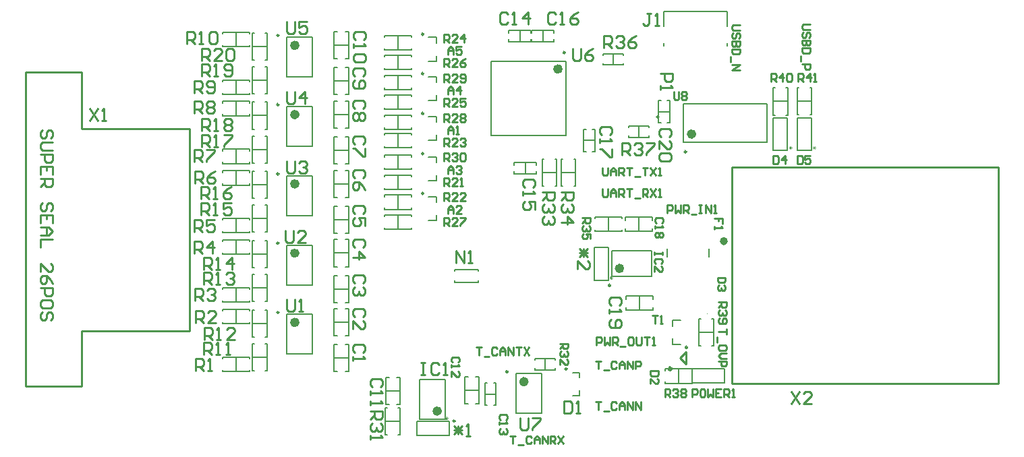
<source format=gbr>
%TF.GenerationSoftware,Altium Limited,Altium Designer,18.1.9 (240)*%
G04 Layer_Color=65535*
%FSLAX26Y26*%
%MOIN*%
%TF.FileFunction,Legend,Top*%
%TF.Part,Single*%
G01*
G75*
%TA.AperFunction,NonConductor*%
%ADD51C,0.023622*%
%ADD52C,0.009842*%
%ADD53C,0.005906*%
%ADD54C,0.007874*%
%ADD55C,0.010000*%
%ADD69C,0.003937*%
%ADD70C,0.019685*%
G36*
X5850549Y5221482D02*
Y5221427D01*
X5850493Y5221316D01*
X5850382Y5221094D01*
X5850327Y5220816D01*
X5850160Y5220483D01*
X5849994Y5220039D01*
X5849661Y5219151D01*
X5849273Y5218152D01*
X5848828Y5217153D01*
X5848385Y5216210D01*
X5847996Y5215433D01*
X5848051D01*
X5848218D01*
X5848440Y5215488D01*
X5848773D01*
X5849162Y5215544D01*
X5849605Y5215599D01*
X5850605Y5215655D01*
X5851659Y5215766D01*
X5852769Y5215877D01*
X5853712Y5215932D01*
X5854157D01*
X5854545D01*
Y5212158D01*
X5854489D01*
X5854434D01*
X5854267D01*
X5854101D01*
X5853490Y5212214D01*
X5852769Y5212269D01*
X5851825Y5212380D01*
X5850660Y5212436D01*
X5849383Y5212602D01*
X5847996Y5212769D01*
Y5212713D01*
X5848051Y5212658D01*
X5848107Y5212491D01*
X5848218Y5212269D01*
X5848495Y5211714D01*
X5848828Y5210993D01*
X5849217Y5210105D01*
X5849661Y5209050D01*
X5850105Y5207885D01*
X5850549Y5206608D01*
X5846831Y5205387D01*
Y5205443D01*
X5846775Y5205554D01*
X5846720Y5205720D01*
X5846664Y5205942D01*
X5846553Y5206275D01*
X5846442Y5206608D01*
X5846220Y5207441D01*
X5845998Y5208440D01*
X5845721Y5209550D01*
X5845498Y5210715D01*
X5845332Y5211936D01*
X5845276Y5211881D01*
X5845055Y5211659D01*
X5844721Y5211270D01*
X5844222Y5210771D01*
X5843501Y5210105D01*
X5842668Y5209383D01*
X5841614Y5208440D01*
X5840392Y5207441D01*
X5838228Y5210549D01*
X5838339Y5210604D01*
X5838617Y5210826D01*
X5839060Y5211159D01*
X5839671Y5211603D01*
X5840503Y5212103D01*
X5841447Y5212713D01*
X5842557Y5213435D01*
X5843778Y5214156D01*
X5843722D01*
X5843611Y5214212D01*
X5843445Y5214323D01*
X5843167Y5214489D01*
X5842502Y5214822D01*
X5841725Y5215266D01*
X5840837Y5215821D01*
X5839893Y5216376D01*
X5839005Y5216987D01*
X5838228Y5217542D01*
X5840392Y5220594D01*
X5840448Y5220539D01*
X5840559Y5220483D01*
X5840725Y5220317D01*
X5841003Y5220095D01*
X5841669Y5219595D01*
X5842446Y5218929D01*
X5843279Y5218208D01*
X5844056Y5217486D01*
X5844777Y5216820D01*
X5845110Y5216543D01*
X5845332Y5216265D01*
Y5216321D01*
X5845387Y5216432D01*
Y5216598D01*
X5845443Y5216820D01*
X5845498Y5217153D01*
X5845609Y5217486D01*
X5845776Y5218319D01*
X5845998Y5219318D01*
X5846220Y5220372D01*
X5846831Y5222648D01*
X5850549Y5221482D01*
D02*
G37*
G36*
X6854289Y5864031D02*
Y5863976D01*
X6854233Y5863865D01*
X6854122Y5863643D01*
X6854067Y5863365D01*
X6853900Y5863032D01*
X6853734Y5862588D01*
X6853401Y5861700D01*
X6853012Y5860701D01*
X6852568Y5859702D01*
X6852124Y5858759D01*
X6851736Y5857982D01*
X6851791D01*
X6851958D01*
X6852180Y5858037D01*
X6852513D01*
X6852901Y5858093D01*
X6853345Y5858148D01*
X6854344Y5858204D01*
X6855399Y5858315D01*
X6856509Y5858426D01*
X6857452Y5858481D01*
X6857896D01*
X6858285D01*
Y5854707D01*
X6858229D01*
X6858174D01*
X6858007D01*
X6857841D01*
X6857230Y5854763D01*
X6856509Y5854818D01*
X6855565Y5854929D01*
X6854400Y5854985D01*
X6853123Y5855151D01*
X6851736Y5855318D01*
Y5855262D01*
X6851791Y5855207D01*
X6851847Y5855040D01*
X6851958Y5854818D01*
X6852235Y5854263D01*
X6852568Y5853542D01*
X6852957Y5852654D01*
X6853401Y5851599D01*
X6853845Y5850434D01*
X6854289Y5849157D01*
X6850570Y5847936D01*
Y5847992D01*
X6850515Y5848103D01*
X6850459Y5848269D01*
X6850404Y5848491D01*
X6850293Y5848824D01*
X6850182Y5849157D01*
X6849960Y5849990D01*
X6849738Y5850989D01*
X6849460Y5852099D01*
X6849238Y5853264D01*
X6849072Y5854485D01*
X6849016Y5854430D01*
X6848794Y5854208D01*
X6848461Y5853819D01*
X6847962Y5853320D01*
X6847240Y5852654D01*
X6846408Y5851932D01*
X6845353Y5850989D01*
X6844132Y5849990D01*
X6841968Y5853098D01*
X6842079Y5853153D01*
X6842356Y5853375D01*
X6842800Y5853708D01*
X6843411Y5854152D01*
X6844243Y5854652D01*
X6845187Y5855262D01*
X6846297Y5855984D01*
X6847518Y5856705D01*
X6847462D01*
X6847351Y5856761D01*
X6847185Y5856872D01*
X6846907Y5857038D01*
X6846241Y5857371D01*
X6845464Y5857815D01*
X6844576Y5858370D01*
X6843633Y5858925D01*
X6842745Y5859536D01*
X6841968Y5860091D01*
X6844132Y5863143D01*
X6844188Y5863088D01*
X6844299Y5863032D01*
X6844465Y5862866D01*
X6844743Y5862644D01*
X6845409Y5862144D01*
X6846186Y5861478D01*
X6847018Y5860757D01*
X6847795Y5860035D01*
X6848517Y5859369D01*
X6848850Y5859092D01*
X6849072Y5858814D01*
Y5858870D01*
X6849127Y5858981D01*
Y5859147D01*
X6849183Y5859369D01*
X6849238Y5859702D01*
X6849349Y5860035D01*
X6849516Y5860868D01*
X6849738Y5861867D01*
X6849960Y5862921D01*
X6850570Y5865197D01*
X6854289Y5864031D01*
D02*
G37*
G36*
X6736178D02*
Y5863976D01*
X6736123Y5863865D01*
X6736012Y5863643D01*
X6735956Y5863365D01*
X6735790Y5863032D01*
X6735623Y5862588D01*
X6735290Y5861700D01*
X6734902Y5860701D01*
X6734458Y5859702D01*
X6734014Y5858759D01*
X6733625Y5857982D01*
X6733681D01*
X6733847D01*
X6734069Y5858037D01*
X6734402D01*
X6734791Y5858093D01*
X6735235Y5858148D01*
X6736234Y5858204D01*
X6737288Y5858315D01*
X6738398Y5858426D01*
X6739342Y5858481D01*
X6739786D01*
X6740174D01*
Y5854707D01*
X6740119D01*
X6740063D01*
X6739897D01*
X6739730D01*
X6739120Y5854763D01*
X6738398Y5854818D01*
X6737455Y5854929D01*
X6736289Y5854985D01*
X6735013Y5855151D01*
X6733625Y5855318D01*
Y5855262D01*
X6733681Y5855207D01*
X6733736Y5855040D01*
X6733847Y5854818D01*
X6734125Y5854263D01*
X6734458Y5853542D01*
X6734846Y5852654D01*
X6735290Y5851599D01*
X6735734Y5850434D01*
X6736178Y5849157D01*
X6732460Y5847936D01*
Y5847992D01*
X6732404Y5848103D01*
X6732349Y5848269D01*
X6732293Y5848491D01*
X6732182Y5848824D01*
X6732071Y5849157D01*
X6731849Y5849990D01*
X6731627Y5850989D01*
X6731350Y5852099D01*
X6731128Y5853264D01*
X6730961Y5854485D01*
X6730906Y5854430D01*
X6730684Y5854208D01*
X6730351Y5853819D01*
X6729851Y5853320D01*
X6729130Y5852654D01*
X6728297Y5851932D01*
X6727243Y5850989D01*
X6726022Y5849990D01*
X6723857Y5853098D01*
X6723968Y5853153D01*
X6724246Y5853375D01*
X6724690Y5853708D01*
X6725300Y5854152D01*
X6726133Y5854652D01*
X6727076Y5855262D01*
X6728186Y5855984D01*
X6729407Y5856705D01*
X6729352D01*
X6729241Y5856761D01*
X6729074Y5856872D01*
X6728797Y5857038D01*
X6728131Y5857371D01*
X6727354Y5857815D01*
X6726466Y5858370D01*
X6725522Y5858925D01*
X6724634Y5859536D01*
X6723857Y5860091D01*
X6726022Y5863143D01*
X6726077Y5863088D01*
X6726188Y5863032D01*
X6726355Y5862866D01*
X6726632Y5862644D01*
X6727298Y5862144D01*
X6728075Y5861478D01*
X6728908Y5860757D01*
X6729685Y5860035D01*
X6730406Y5859369D01*
X6730739Y5859092D01*
X6730961Y5858814D01*
Y5858870D01*
X6731017Y5858981D01*
Y5859147D01*
X6731072Y5859369D01*
X6731128Y5859702D01*
X6731239Y5860035D01*
X6731405Y5860868D01*
X6731627Y5861867D01*
X6731849Y5862921D01*
X6732460Y5865197D01*
X6736178Y5864031D01*
D02*
G37*
G36*
X5035056Y4527520D02*
Y4527465D01*
Y4527298D01*
Y4527132D01*
X5035001Y4526521D01*
X5034945Y4525800D01*
X5034834Y4524856D01*
X5034779Y4523691D01*
X5034612Y4522414D01*
X5034446Y4521027D01*
X5034501D01*
X5034557Y4521083D01*
X5034723Y4521138D01*
X5034945Y4521249D01*
X5035500Y4521526D01*
X5036222Y4521859D01*
X5037110Y4522248D01*
X5038164Y4522692D01*
X5039330Y4523136D01*
X5040606Y4523580D01*
X5041827Y4519861D01*
X5041772D01*
X5041661Y4519806D01*
X5041494Y4519751D01*
X5041272Y4519695D01*
X5040939Y4519584D01*
X5040606Y4519473D01*
X5039774Y4519251D01*
X5038775Y4519029D01*
X5037665Y4518752D01*
X5036499Y4518529D01*
X5035278Y4518363D01*
X5035334Y4518307D01*
X5035556Y4518086D01*
X5035944Y4517752D01*
X5036444Y4517253D01*
X5037110Y4516532D01*
X5037831Y4515699D01*
X5038775Y4514645D01*
X5039774Y4513423D01*
X5036666Y4511259D01*
X5036610Y4511370D01*
X5036388Y4511648D01*
X5036055Y4512092D01*
X5035611Y4512702D01*
X5035112Y4513534D01*
X5034501Y4514478D01*
X5033780Y4515588D01*
X5033058Y4516809D01*
Y4516753D01*
X5033003Y4516642D01*
X5032892Y4516476D01*
X5032725Y4516199D01*
X5032392Y4515533D01*
X5031948Y4514756D01*
X5031393Y4513868D01*
X5030838Y4512924D01*
X5030228Y4512036D01*
X5029673Y4511259D01*
X5026620Y4513423D01*
X5026676Y4513479D01*
X5026731Y4513590D01*
X5026898Y4513757D01*
X5027120Y4514034D01*
X5027619Y4514700D01*
X5028285Y4515477D01*
X5029007Y4516310D01*
X5029728Y4517087D01*
X5030394Y4517808D01*
X5030672Y4518141D01*
X5030949Y4518363D01*
X5030894D01*
X5030783Y4518418D01*
X5030616D01*
X5030394Y4518474D01*
X5030061Y4518529D01*
X5029728Y4518641D01*
X5028896Y4518807D01*
X5027897Y4519029D01*
X5026842Y4519251D01*
X5024567Y4519861D01*
X5025732Y4523580D01*
X5025788D01*
X5025899Y4523525D01*
X5026121Y4523413D01*
X5026398Y4523358D01*
X5026731Y4523191D01*
X5027175Y4523025D01*
X5028063Y4522692D01*
X5029062Y4522303D01*
X5030061Y4521859D01*
X5031005Y4521416D01*
X5031782Y4521027D01*
Y4521083D01*
Y4521249D01*
X5031726Y4521471D01*
Y4521804D01*
X5031671Y4522193D01*
X5031615Y4522636D01*
X5031560Y4523636D01*
X5031449Y4524690D01*
X5031338Y4525800D01*
X5031282Y4526743D01*
Y4527188D01*
Y4527576D01*
X5035056D01*
Y4527520D01*
D02*
G37*
G36*
X6395293Y4787363D02*
Y4787308D01*
Y4787141D01*
Y4786975D01*
X6395238Y4786364D01*
X6395182Y4785643D01*
X6395071Y4784699D01*
X6395016Y4783534D01*
X6394849Y4782257D01*
X6394682Y4780870D01*
X6394738D01*
X6394793Y4780925D01*
X6394960Y4780981D01*
X6395182Y4781092D01*
X6395737Y4781369D01*
X6396458Y4781702D01*
X6397346Y4782091D01*
X6398401Y4782535D01*
X6399566Y4782979D01*
X6400843Y4783423D01*
X6402064Y4779704D01*
X6402008D01*
X6401898Y4779649D01*
X6401731Y4779593D01*
X6401509Y4779538D01*
X6401176Y4779427D01*
X6400843Y4779316D01*
X6400011Y4779094D01*
X6399011Y4778872D01*
X6397901Y4778594D01*
X6396736Y4778372D01*
X6395515Y4778206D01*
X6395570Y4778150D01*
X6395792Y4777928D01*
X6396181Y4777595D01*
X6396681Y4777096D01*
X6397346Y4776374D01*
X6398068Y4775542D01*
X6399011Y4774487D01*
X6400011Y4773266D01*
X6396903Y4771102D01*
X6396847Y4771213D01*
X6396625Y4771490D01*
X6396292Y4771934D01*
X6395848Y4772545D01*
X6395349Y4773377D01*
X6394738Y4774321D01*
X6394016Y4775431D01*
X6393295Y4776652D01*
Y4776596D01*
X6393239Y4776485D01*
X6393128Y4776319D01*
X6392962Y4776041D01*
X6392629Y4775375D01*
X6392185Y4774598D01*
X6391630Y4773710D01*
X6391075Y4772767D01*
X6390465Y4771879D01*
X6389909Y4771102D01*
X6386857Y4773266D01*
X6386913Y4773322D01*
X6386968Y4773433D01*
X6387135Y4773599D01*
X6387356Y4773877D01*
X6387856Y4774543D01*
X6388522Y4775320D01*
X6389243Y4776152D01*
X6389965Y4776929D01*
X6390631Y4777651D01*
X6390908Y4777984D01*
X6391186Y4778206D01*
X6391131D01*
X6391020Y4778261D01*
X6390853D01*
X6390631Y4778317D01*
X6390298Y4778372D01*
X6389965Y4778483D01*
X6389132Y4778650D01*
X6388133Y4778872D01*
X6387079Y4779094D01*
X6384803Y4779704D01*
X6385969Y4783423D01*
X6386025D01*
X6386136Y4783367D01*
X6386358Y4783256D01*
X6386635Y4783201D01*
X6386968Y4783034D01*
X6387412Y4782868D01*
X6388300Y4782535D01*
X6389299Y4782146D01*
X6390298Y4781702D01*
X6391242Y4781258D01*
X6392019Y4780870D01*
Y4780925D01*
Y4781092D01*
X6391963Y4781314D01*
Y4781647D01*
X6391908Y4782035D01*
X6391852Y4782479D01*
X6391797Y4783478D01*
X6391685Y4784533D01*
X6391574Y4785643D01*
X6391519Y4786586D01*
Y4787030D01*
Y4787419D01*
X6395293D01*
Y4787363D01*
D02*
G37*
D51*
X6253937Y5925197D02*
G03*
X6253937Y5925197I-11811J0D01*
G01*
X5897835Y5260826D02*
G03*
X5897835Y5260826I-11811J0D01*
G01*
X5425197Y4700787D02*
G03*
X5425197Y4700787I-11811J0D01*
G01*
X4996880Y4555316D02*
G03*
X4996880Y4555316I-11811J0D01*
G01*
X4293308Y4994095D02*
G03*
X4293308Y4994095I-11811J0D01*
G01*
X4293307Y5336614D02*
G03*
X4293307Y5336614I-11811J0D01*
G01*
X4293306Y5679135D02*
G03*
X4293306Y5679135I-11811J0D01*
G01*
X4293307Y6021653D02*
G03*
X4293307Y6021653I-11811J0D01*
G01*
X4293308Y6364172D02*
G03*
X4293308Y6364172I-11811J0D01*
G01*
X5593504Y6247047D02*
G03*
X5593504Y6247047I-11811J0D01*
G01*
D52*
X6216535Y5837599D02*
G03*
X6216535Y5837599I-4921J0D01*
G01*
X6221457Y4870079D02*
G03*
X6221457Y4870079I-4921J0D01*
G01*
X5841536Y5177165D02*
G03*
X5841536Y5177165I-4921J0D01*
G01*
X5626968Y4763780D02*
G03*
X5626968Y4763780I-4921J0D01*
G01*
X5334646Y4750197D02*
G03*
X5334646Y4750197I-4921J0D01*
G01*
X5073651Y4505906D02*
G03*
X5073651Y4505906I-4921J0D01*
G01*
X4202757Y5043504D02*
G03*
X4202757Y5043504I-4921J0D01*
G01*
X4202756Y5386024D02*
G03*
X4202756Y5386024I-4921J0D01*
G01*
X4202755Y5728544D02*
G03*
X4202755Y5728544I-4921J0D01*
G01*
X4202756Y6071063D02*
G03*
X4202756Y6071063I-4921J0D01*
G01*
X4202757Y6413582D02*
G03*
X4202757Y6413582I-4921J0D01*
G01*
X6079725Y6010236D02*
G03*
X6079725Y6010236I-4921J0D01*
G01*
X5617126Y6328740D02*
G03*
X5617126Y6328740I-4921J0D01*
G01*
X4918307Y6419292D02*
G03*
X4918307Y6419292I-4921J0D01*
G01*
X4918307Y6224409D02*
G03*
X4918307Y6224409I-4921J0D01*
G01*
Y6027559D02*
G03*
X4918307Y6027559I-4921J0D01*
G01*
X4918307Y5828741D02*
G03*
X4918307Y5828741I-4921J0D01*
G01*
Y5631890D02*
G03*
X4918307Y5631890I-4921J0D01*
G01*
D53*
X4858267Y6340551D02*
Y6348425D01*
X4724409Y6340551D02*
X4858267D01*
X4724409D02*
Y6348425D01*
X4858267Y6403545D02*
Y6411419D01*
X4724409D02*
X4858267D01*
X4724409Y6403545D02*
Y6411419D01*
X4791339Y6340551D02*
Y6411419D01*
X4858267Y6244094D02*
Y6251968D01*
X4724409Y6244094D02*
X4858267D01*
X4724409D02*
Y6251968D01*
X4858267Y6307086D02*
Y6314960D01*
X4724409D02*
X4858267D01*
X4724409Y6307086D02*
Y6314960D01*
X4791339Y6244094D02*
Y6314960D01*
X5980681Y5444064D02*
Y5514930D01*
X5913751Y5444064D02*
Y5459812D01*
Y5444064D02*
X6047609D01*
Y5459812D01*
Y5499182D02*
Y5514930D01*
X5913751D02*
X6047609D01*
X5913751Y5499182D02*
Y5514930D01*
X5751970Y5838582D02*
X5763779D01*
Y5948818D01*
X5751970D02*
X5763779D01*
X5708662D02*
X5720474D01*
X5708662Y5838582D02*
Y5948818D01*
Y5838582D02*
X5720474D01*
X5708662Y5893700D02*
X5763779D01*
X6342520Y5011811D02*
X6350394D01*
Y4877953D02*
Y5011811D01*
X6342520Y4877953D02*
X6350394D01*
X6279528Y5011811D02*
X6287402D01*
X6279528Y4877953D02*
Y5011811D01*
Y4877953D02*
X6287402D01*
X6279528Y4944882D02*
X6350394D01*
X5984449Y5053967D02*
Y5124833D01*
X5917519Y5053967D02*
Y5069715D01*
Y5053967D02*
X6051379D01*
Y5069715D01*
Y5109084D02*
Y5124833D01*
X5917519D02*
X6051379D01*
X5917519Y5109084D02*
Y5124833D01*
X5897835Y5444065D02*
Y5451939D01*
X5763977Y5444065D02*
X5897835D01*
X5763977D02*
Y5451939D01*
X5897835Y5507057D02*
Y5514931D01*
X5763977D02*
X5897835D01*
X5763977Y5507057D02*
Y5514931D01*
X5830905Y5444065D02*
Y5514931D01*
X5598426Y5669292D02*
X5606300D01*
X5598426D02*
Y5803150D01*
X5606300D01*
X5661418Y5669292D02*
X5669292D01*
Y5803150D01*
X5661418D02*
X5669292D01*
X5598426Y5736221D02*
X5669292D01*
X5503936Y5669292D02*
X5511810D01*
X5503936D02*
Y5803150D01*
X5511810D01*
X5566928Y5669292D02*
X5574802D01*
Y5803150D01*
X5566928D02*
X5574802D01*
X5503936Y5736220D02*
X5574802D01*
X5421261Y5728345D02*
Y5783465D01*
X5366142Y5771653D02*
Y5783465D01*
X5476378D01*
Y5771653D02*
Y5783465D01*
Y5728345D02*
Y5740157D01*
X5366142Y5728345D02*
X5476378D01*
X5366142D02*
Y5740157D01*
X6078739Y6090551D02*
X6090551D01*
X6078739Y5980315D02*
Y6090551D01*
Y5980315D02*
X6090551D01*
X6122047D02*
X6133859D01*
Y6090551D01*
X6122047D02*
X6133859D01*
X6078739Y6035433D02*
X6133859D01*
X5930316Y5909449D02*
Y5917007D01*
Y5909449D02*
X6030316D01*
Y5917007D01*
Y5957007D02*
Y5964567D01*
X5930316D02*
X6030316D01*
X5930316Y5957007D02*
Y5964567D01*
X5980316Y5909449D02*
Y5964567D01*
X6763779Y6020669D02*
X6771653D01*
X6763779D02*
Y6154527D01*
X6771653D01*
X6826771Y6020669D02*
X6834645D01*
Y6154527D01*
X6826771D02*
X6834645D01*
X6763779Y6087599D02*
X6834645D01*
X6645669Y6019685D02*
X6653543D01*
X6645669D02*
Y6153543D01*
X6653543D01*
X6708661Y6019685D02*
X6716535D01*
Y6153543D01*
X6708661D02*
X6716535D01*
X6645669Y6086613D02*
X6716535D01*
X5469685Y4759842D02*
Y4767402D01*
Y4759842D02*
X5569685D01*
Y4767402D01*
Y4807402D02*
Y4814960D01*
X5469685D02*
X5569685D01*
X5469685Y4807402D02*
Y4814960D01*
X5519685Y4759842D02*
Y4814960D01*
X5121063Y4657677D02*
X5191929D01*
X5176181Y4590749D02*
X5191929D01*
Y4724607D01*
X5176181D02*
X5191929D01*
X5121063D02*
X5136811D01*
X5121063Y4590749D02*
Y4724607D01*
Y4590749D02*
X5136811D01*
X5220474Y4693898D02*
X5232283D01*
X5220474Y4583662D02*
Y4693898D01*
Y4583662D02*
X5232283D01*
X5263779D02*
X5275592D01*
Y4693898D01*
X5263779D02*
X5275592D01*
X5220474Y4638780D02*
X5275592D01*
X4792156Y4570897D02*
X4800030D01*
Y4437039D02*
Y4570897D01*
X4792156Y4437039D02*
X4800030D01*
X4729164Y4570897D02*
X4737038D01*
X4729164Y4437039D02*
Y4570897D01*
Y4437039D02*
X4737038D01*
X4729164Y4503969D02*
X4800030D01*
X4730963Y4653740D02*
X4801831D01*
X4786083Y4586812D02*
X4801831D01*
Y4720670D01*
X4786083D02*
X4801831D01*
X4730963D02*
X4746713D01*
X4730963Y4586812D02*
Y4720670D01*
Y4586812D02*
X4746713D01*
X6244095Y4692913D02*
Y4700787D01*
X6110236Y4692913D02*
X6244095D01*
X6110236D02*
Y4700787D01*
X6244095Y4755906D02*
Y4763780D01*
X6110236D02*
X6244095D01*
X6110236Y4755906D02*
Y4763780D01*
X6177165Y4692913D02*
Y4763780D01*
X4135827Y5398621D02*
X4143701D01*
Y5264763D02*
Y5398621D01*
X4135827Y5264763D02*
X4143701D01*
X4072835Y5398621D02*
X4080709D01*
X4072835Y5264763D02*
Y5398621D01*
Y5264763D02*
X4080709D01*
X4072835Y5331691D02*
X4143701D01*
X4072836Y4754922D02*
X4080711D01*
X4072836D02*
Y4888779D01*
X4080711D01*
X4135828Y4754922D02*
X4143703D01*
Y4888779D01*
X4135828D02*
X4143703D01*
X4072836Y4821851D02*
X4143703D01*
X3923229Y4814959D02*
Y4822833D01*
X4057089D01*
Y4814959D02*
Y4822833D01*
X3923229Y4751967D02*
Y4759842D01*
Y4751967D02*
X4057089D01*
Y4759842D01*
X3990159Y4751967D02*
Y4822833D01*
X4135829Y5056101D02*
X4143703D01*
Y4922243D02*
Y5056101D01*
X4135829Y4922243D02*
X4143703D01*
X4072835Y5056101D02*
X4080709D01*
X4072835Y4922243D02*
Y5056101D01*
Y4922243D02*
X4080709D01*
X4072835Y4989172D02*
X4143703D01*
X3923229Y5051180D02*
Y5059054D01*
X4057087D01*
Y5051180D02*
Y5059054D01*
X3923229Y4988188D02*
Y4996062D01*
Y4988188D02*
X4057087D01*
Y4996062D01*
X3990159Y4988188D02*
Y5059054D01*
X4072836Y5097441D02*
X4080711D01*
X4072836D02*
Y5231301D01*
X4080711D01*
X4135828Y5097441D02*
X4143703D01*
Y5231301D01*
X4135828D02*
X4143703D01*
X4072836Y5164371D02*
X4143703D01*
X3923229Y5157479D02*
Y5165353D01*
X4057087D01*
Y5157479D02*
Y5165353D01*
X3923229Y5094487D02*
Y5102361D01*
Y5094487D02*
X4057087D01*
Y5102361D01*
X3990157Y5094487D02*
Y5165353D01*
X4072836Y5439961D02*
X4080711D01*
X4072836D02*
Y5573819D01*
X4080711D01*
X4135828Y5439961D02*
X4143703D01*
Y5573819D01*
X4135828D02*
X4143703D01*
X4072836Y5506889D02*
X4143703D01*
X3923229Y5393701D02*
Y5401575D01*
X4057087D01*
Y5393701D02*
Y5401575D01*
X3923229Y5330709D02*
Y5338583D01*
Y5330709D02*
X4057087D01*
Y5338583D01*
X3990159Y5330709D02*
Y5401575D01*
X3923229Y5499999D02*
Y5507873D01*
X4057089D01*
Y5499999D02*
Y5507873D01*
X3923229Y5437007D02*
Y5444881D01*
Y5437007D02*
X4057089D01*
Y5444881D01*
X3990159Y5437007D02*
Y5507873D01*
X4072835Y5782480D02*
X4080709D01*
X4072835D02*
Y5916338D01*
X4080709D01*
X4135827Y5782480D02*
X4143701D01*
Y5916338D01*
X4135827D02*
X4143701D01*
X4072835Y5849408D02*
X4143701D01*
X4135828Y5741141D02*
X4143703D01*
Y5607283D02*
Y5741141D01*
X4135828Y5607283D02*
X4143703D01*
X4072836Y5741141D02*
X4080711D01*
X4072836Y5607283D02*
Y5741141D01*
Y5607283D02*
X4080711D01*
X4072836Y5674211D02*
X4143703D01*
X3923229Y5736221D02*
Y5744095D01*
X4057087D01*
Y5736221D02*
Y5744095D01*
X3923229Y5673229D02*
Y5681103D01*
Y5673229D02*
X4057087D01*
Y5681103D01*
X3990159Y5673229D02*
Y5744095D01*
X3923229Y5842519D02*
Y5850392D01*
X4057087D01*
Y5842519D02*
Y5850392D01*
X3923229Y5779526D02*
Y5787400D01*
Y5779526D02*
X4057087D01*
Y5787400D01*
X3990157Y5779526D02*
Y5850392D01*
X4135827Y6083660D02*
X4143701D01*
Y5949802D02*
Y6083660D01*
X4135827Y5949802D02*
X4143701D01*
X4072835Y6083660D02*
X4080709D01*
X4072835Y5949802D02*
Y6083660D01*
Y5949802D02*
X4080709D01*
X4072835Y6016733D02*
X4143701D01*
X4072835Y6125000D02*
X4080709D01*
X4072835D02*
Y6258858D01*
X4080709D01*
X4135827Y6125000D02*
X4143701D01*
Y6258858D01*
X4135827D02*
X4143701D01*
X4072835Y6191930D02*
X4143701D01*
X4135827Y6426180D02*
X4143701D01*
Y6292322D02*
Y6426180D01*
X4135827Y6292322D02*
X4143701D01*
X4072835Y6426180D02*
X4080709D01*
X4072835Y6292322D02*
Y6426180D01*
Y6292322D02*
X4080709D01*
X4072835Y6359252D02*
X4143701D01*
X3923229Y6078740D02*
Y6086614D01*
X4057087D01*
Y6078740D02*
Y6086614D01*
X3923229Y6015748D02*
Y6023623D01*
Y6015748D02*
X4057087D01*
Y6023623D01*
X3990157Y6015748D02*
Y6086614D01*
X3923229Y6185040D02*
Y6192914D01*
X4057087D01*
Y6185040D02*
Y6192914D01*
X3923229Y6122048D02*
Y6129922D01*
Y6122048D02*
X4057087D01*
Y6129922D01*
X3990159Y6122048D02*
Y6192914D01*
X3923229Y6421259D02*
Y6429133D01*
X4057087D01*
Y6421259D02*
Y6429133D01*
X3923229Y6358267D02*
Y6366141D01*
Y6358267D02*
X4057087D01*
Y6366141D01*
X3990159Y6358267D02*
Y6429133D01*
X5804331Y6267717D02*
Y6275275D01*
Y6267717D02*
X5904331D01*
Y6275275D01*
Y6315275D02*
Y6322835D01*
X5804331D02*
X5904331D01*
X5804331Y6315275D02*
Y6322835D01*
X5854331Y6267717D02*
Y6322835D01*
X5338582Y6381889D02*
Y6393701D01*
Y6381889D02*
X5448818D01*
Y6393701D01*
Y6425197D02*
Y6437007D01*
X5338582D02*
X5448818D01*
X5338582Y6425197D02*
Y6437007D01*
X5393700Y6381889D02*
Y6437007D01*
X5562992Y6425197D02*
Y6437007D01*
X5452756D02*
X5562992D01*
X5452756Y6425197D02*
Y6437007D01*
Y6381889D02*
Y6393701D01*
Y6381889D02*
X5562992D01*
Y6393701D01*
X5507874Y6381889D02*
Y6437007D01*
X4858268Y6145668D02*
Y6153542D01*
X4724410Y6145668D02*
X4858268D01*
X4724410D02*
Y6153542D01*
X4858268Y6208662D02*
Y6216536D01*
X4724410D02*
X4858268D01*
X4724410Y6208662D02*
Y6216536D01*
X4791338Y6145668D02*
Y6216536D01*
X4858267Y6047245D02*
Y6055119D01*
X4724409Y6047245D02*
X4858267D01*
X4724409D02*
Y6055119D01*
X4858267Y6110237D02*
Y6118111D01*
X4724409D02*
X4858267D01*
X4724409Y6110237D02*
Y6118111D01*
X4791339Y6047245D02*
Y6118111D01*
X4858268Y5948818D02*
Y5956692D01*
X4724410Y5948818D02*
X4858268D01*
X4724410D02*
Y5956692D01*
X4858268Y6011812D02*
Y6019686D01*
X4724410D02*
X4858268D01*
X4724410Y6011812D02*
Y6019686D01*
X4791338Y5948818D02*
Y6019686D01*
X4858267Y5858267D02*
Y5866141D01*
X4724409Y5858267D02*
X4858267D01*
X4724409D02*
Y5866141D01*
X4858267Y5921261D02*
Y5929135D01*
X4724409D02*
X4858267D01*
X4724409Y5921261D02*
Y5929135D01*
X4791339Y5858267D02*
Y5929135D01*
X4858268Y5750001D02*
Y5757875D01*
X4724410Y5750001D02*
X4858268D01*
X4724410D02*
Y5757875D01*
X4858268Y5812993D02*
Y5820867D01*
X4724410D02*
X4858268D01*
X4724410Y5812993D02*
Y5820867D01*
X4791338Y5750001D02*
Y5820867D01*
X4858269Y5651575D02*
Y5659449D01*
X4724409Y5651575D02*
X4858269D01*
X4724409D02*
Y5659449D01*
X4858269Y5714567D02*
Y5722441D01*
X4724409D02*
X4858269D01*
X4724409Y5714567D02*
Y5722441D01*
X4791339Y5651575D02*
Y5722441D01*
X4476377Y5679135D02*
X4547243D01*
X4531495Y5612205D02*
X4547243D01*
Y5746063D01*
X4531495D02*
X4547243D01*
X4476377D02*
X4492125D01*
X4476377Y5612205D02*
Y5746063D01*
Y5612205D02*
X4492125D01*
X4476377Y5501969D02*
X4547243D01*
X4476377Y5568897D02*
X4492125D01*
X4476377Y5435039D02*
Y5568897D01*
Y5435039D02*
X4492125D01*
X4531495D02*
X4547243D01*
Y5568897D01*
X4531495D02*
X4547243D01*
X4476377Y5336613D02*
X4547243D01*
X4531495Y5269685D02*
X4547243D01*
Y5403543D01*
X4531495D02*
X4547243D01*
X4476377D02*
X4492125D01*
X4476377Y5269685D02*
Y5403543D01*
Y5269685D02*
X4492125D01*
X4476378Y5159449D02*
X4547244D01*
X4476378Y5226377D02*
X4492127D01*
X4476378Y5092519D02*
Y5226377D01*
Y5092519D02*
X4492127D01*
X4531497D02*
X4547244D01*
Y5226377D01*
X4531497D02*
X4547244D01*
X4476377Y4994093D02*
X4547243D01*
X4531495Y4927166D02*
X4547243D01*
Y5061024D01*
X4531495D02*
X4547243D01*
X4476377D02*
X4492125D01*
X4476377Y4927166D02*
Y5061024D01*
Y4927166D02*
X4492125D01*
X4476377Y4816927D02*
X4547243D01*
X4476377Y4883858D02*
X4492125D01*
X4476377Y4749999D02*
Y4883858D01*
Y4749999D02*
X4492125D01*
X4531495D02*
X4547243D01*
Y4883858D01*
X4531495D02*
X4547243D01*
X4476377Y5844489D02*
X4547245D01*
X4476377Y5911417D02*
X4492125D01*
X4476377Y5777559D02*
Y5911417D01*
Y5777559D02*
X4492125D01*
X4531495D02*
X4547245D01*
Y5911417D01*
X4531495D02*
X4547245D01*
X4476377Y6021653D02*
X4547245D01*
X4531495Y5954725D02*
X4547245D01*
Y6088583D01*
X4531495D02*
X4547245D01*
X4476377D02*
X4492125D01*
X4476377Y5954725D02*
Y6088583D01*
Y5954725D02*
X4492125D01*
X4476377Y6187008D02*
X4547243D01*
X4476377Y6253936D02*
X4492125D01*
X4476377Y6120078D02*
Y6253936D01*
Y6120078D02*
X4492125D01*
X4531495D02*
X4547243D01*
Y6253936D01*
X4531495D02*
X4547243D01*
X4476377Y6364172D02*
X4547243D01*
X4531495Y6297244D02*
X4547243D01*
Y6431102D01*
X4531495D02*
X4547243D01*
X4476377D02*
X4492125D01*
X4476377Y6297244D02*
Y6431102D01*
Y6297244D02*
X4492125D01*
X4858269Y5553149D02*
Y5561023D01*
X4724409Y5553149D02*
X4858269D01*
X4724409D02*
Y5561023D01*
X4858269Y5616143D02*
Y5624017D01*
X4724409D02*
X4858269D01*
X4724409Y5616143D02*
Y5624017D01*
X4791339Y5553149D02*
Y5624017D01*
X4858267Y5454725D02*
Y5462599D01*
X4724409Y5454725D02*
X4858267D01*
X4724409D02*
Y5462599D01*
X4858267Y5517717D02*
Y5525591D01*
X4724409D02*
X4858267D01*
X4724409Y5517717D02*
Y5525591D01*
X4791339Y5454725D02*
Y5525591D01*
X5070866Y5248030D02*
Y5255907D01*
X5188976D01*
Y5248030D02*
Y5255907D01*
Y5192913D02*
Y5200787D01*
X5070866Y5192913D02*
X5188976D01*
X5070866D02*
Y5200787D01*
D54*
X6616142Y5885827D02*
Y6074803D01*
X6202756Y5885827D02*
Y6074803D01*
X6616142D01*
X6202756Y5885827D02*
X6616142D01*
X6121061Y5319882D02*
Y5359252D01*
X6327755Y5319882D02*
Y5359252D01*
X6149605Y4885827D02*
X6188975D01*
X6149605D02*
Y4913385D01*
Y5003937D02*
X6188975D01*
X6149605Y4976377D02*
Y5003937D01*
X5846655Y5221455D02*
X6043505D01*
X5846655Y5347439D02*
X6043505D01*
X5846655Y5221455D02*
Y5347439D01*
X6043505Y5221455D02*
Y5347439D01*
X5760473Y5363672D02*
X5830473D01*
X5760473Y5202648D02*
Y5363672D01*
Y5202648D02*
X5830473D01*
Y5363672D01*
X6419291Y6363189D02*
Y6375000D01*
Y6457677D02*
Y6532480D01*
X6104331Y6457677D02*
Y6532480D01*
X6419291D01*
X6104331Y6363189D02*
Y6375000D01*
X6764213Y6006220D02*
X6834213D01*
X6764213Y5845196D02*
Y6006220D01*
Y5845196D02*
X6834213D01*
Y6006220D01*
X6646103Y6006221D02*
X6716103D01*
X6646103Y5845197D02*
Y6006221D01*
Y5845197D02*
X6716103D01*
Y6006221D01*
X5654920Y4746456D02*
X5687008D01*
Y4720472D02*
Y4746456D01*
X5654920Y4631496D02*
X5687008D01*
Y4657480D01*
X5374016Y4543308D02*
X5499999D01*
X5374016Y4740158D02*
X5499999D01*
Y4543308D02*
Y4740158D01*
X5374016Y4543308D02*
Y4740158D01*
X4898454Y4712795D02*
X5024438D01*
X4898454Y4515945D02*
X5024438D01*
X4898454D02*
Y4712795D01*
X5024438Y4515945D02*
Y4712795D01*
X4883544Y4433503D02*
Y4503503D01*
Y4433503D02*
X5044566D01*
Y4503503D01*
X4883544D02*
X5044566D01*
X6243779Y4693346D02*
Y4763346D01*
Y4693346D02*
X6404803D01*
Y4763346D01*
X6243779D02*
X6404803D01*
X4242127Y4836614D02*
Y5033466D01*
X4368111Y4836614D02*
Y5033466D01*
X4242127D02*
X4368111D01*
X4242127Y4836614D02*
X4368111D01*
X4242125Y5179135D02*
Y5375985D01*
X4368111Y5179135D02*
Y5375985D01*
X4242125D02*
X4368111D01*
X4242125Y5179135D02*
X4368111D01*
X4242125Y5521655D02*
Y5718505D01*
X4368109Y5521655D02*
Y5718505D01*
X4242125D02*
X4368109D01*
X4242125Y5521655D02*
X4368109D01*
X4242125Y5864172D02*
X4368111D01*
X4242125Y6061023D02*
X4368111D01*
Y5864172D02*
Y6061023D01*
X4242125Y5864172D02*
Y6061023D01*
X4242127Y6206692D02*
Y6403542D01*
X4368111Y6206692D02*
Y6403542D01*
X4242127D02*
X4368111D01*
X4242127Y6206692D02*
X4368111D01*
X5252953Y5918307D02*
Y6286417D01*
X5621063Y5918307D02*
Y6286417D01*
X5252953Y5918307D02*
X5621063D01*
X5252953Y6286417D02*
X5621063D01*
X4940945Y6403544D02*
X4980315D01*
Y6375986D02*
Y6403544D01*
X4940945Y6285434D02*
X4980315D01*
Y6312992D01*
X4940945Y6208661D02*
X4980315D01*
Y6181103D02*
Y6208661D01*
X4940945Y6090551D02*
X4980315D01*
Y6118109D01*
X4940946Y6011811D02*
X4980316D01*
Y5984253D02*
Y6011811D01*
X4940946Y5893701D02*
X4980316D01*
Y5921259D01*
X4940946Y5812993D02*
X4980316D01*
Y5785435D02*
Y5812993D01*
X4940946Y5694883D02*
X4980316D01*
Y5722441D01*
X4940946Y5616142D02*
X4980316D01*
Y5588584D02*
Y5616142D01*
X4940946Y5498032D02*
X4980316D01*
Y5525590D01*
D55*
X6215788Y4793897D02*
Y4848897D01*
X6185788Y4818897D02*
X6215788Y4848897D01*
X6185788Y4818897D02*
X6215788Y4788897D01*
Y4793897D01*
X6441731Y4689961D02*
X7759054D01*
Y5760039D01*
X6441731D02*
X7759054D01*
X6441731Y4689961D02*
Y5760039D01*
X2952756Y4677165D02*
X3228347D01*
Y4952756D01*
X3759843D01*
X3762756D02*
X3762756Y5952488D01*
X2952756Y6232283D02*
X3228347D01*
X2950347Y4678488D02*
Y6232283D01*
X3228347Y5956165D02*
Y6231756D01*
X3229347Y5952756D02*
X3760843D01*
X3073606Y5904895D02*
X3083603Y5914892D01*
Y5934885D01*
X3073606Y5944882D01*
X3063609D01*
X3053612Y5934885D01*
Y5914892D01*
X3043615Y5904895D01*
X3033619D01*
X3023622Y5914892D01*
Y5934885D01*
X3033619Y5944882D01*
X3083603Y5884901D02*
X3033619D01*
X3023622Y5874904D01*
Y5854911D01*
X3033619Y5844914D01*
X3083603D01*
X3023622Y5824921D02*
X3083603D01*
Y5794930D01*
X3073606Y5784934D01*
X3053612D01*
X3043615Y5794930D01*
Y5824921D01*
X3083603Y5724953D02*
Y5764940D01*
X3023622D01*
Y5724953D01*
X3053612Y5764940D02*
Y5744947D01*
X3023622Y5704959D02*
X3083603D01*
Y5674969D01*
X3073606Y5664972D01*
X3053612D01*
X3043615Y5674969D01*
Y5704959D01*
Y5684966D02*
X3023622Y5664972D01*
X3073606Y5545011D02*
X3083603Y5555008D01*
Y5575002D01*
X3073606Y5584998D01*
X3063609D01*
X3053612Y5575002D01*
Y5555008D01*
X3043615Y5545011D01*
X3033619D01*
X3023622Y5555008D01*
Y5575002D01*
X3033619Y5584998D01*
X3083603Y5485031D02*
Y5525018D01*
X3023622D01*
Y5485031D01*
X3053612Y5525018D02*
Y5505024D01*
X3023622Y5465037D02*
X3063609D01*
X3083603Y5445044D01*
X3063609Y5425050D01*
X3023622D01*
X3053612D01*
Y5465037D01*
X3083603Y5405056D02*
X3023622D01*
Y5365069D01*
Y5245108D02*
Y5285095D01*
X3063609Y5245108D01*
X3073606D01*
X3083603Y5255105D01*
Y5275099D01*
X3073606Y5285095D01*
X3083603Y5185128D02*
X3073606Y5205121D01*
X3053612Y5225115D01*
X3033619D01*
X3023622Y5215118D01*
Y5195124D01*
X3033619Y5185128D01*
X3043615D01*
X3053612Y5195124D01*
Y5225115D01*
X3023622Y5165134D02*
X3083603D01*
Y5135144D01*
X3073606Y5125147D01*
X3053612D01*
X3043615Y5135144D01*
Y5165134D01*
X3083603Y5075163D02*
Y5095157D01*
X3073606Y5105154D01*
X3033619D01*
X3023622Y5095157D01*
Y5075163D01*
X3033619Y5065166D01*
X3073606D01*
X3083603Y5075163D01*
X3073606Y5005186D02*
X3083603Y5015183D01*
Y5035176D01*
X3073606Y5045173D01*
X3063609D01*
X3053612Y5035176D01*
Y5015183D01*
X3043615Y5005186D01*
X3033619D01*
X3023622Y5015183D01*
Y5035176D01*
X3033619Y5045173D01*
X6153543Y6133846D02*
Y6101048D01*
X6160103Y6094488D01*
X6173222D01*
X6179782Y6101048D01*
Y6133846D01*
X6192901Y6127286D02*
X6199460Y6133846D01*
X6212579D01*
X6219139Y6127286D01*
Y6120726D01*
X6212579Y6114167D01*
X6219139Y6107607D01*
Y6101048D01*
X6212579Y6094488D01*
X6199460D01*
X6192901Y6101048D01*
Y6107607D01*
X6199460Y6114167D01*
X6192901Y6120726D01*
Y6127286D01*
X6199460Y6114167D02*
X6212579D01*
X5803150Y5759830D02*
Y5727032D01*
X5809709Y5720472D01*
X5822828D01*
X5829388Y5727032D01*
Y5759830D01*
X5842507Y5720472D02*
Y5746711D01*
X5855626Y5759830D01*
X5868745Y5746711D01*
Y5720472D01*
Y5740151D01*
X5842507D01*
X5881864Y5720472D02*
Y5759830D01*
X5901543D01*
X5908103Y5753270D01*
Y5740151D01*
X5901543Y5733592D01*
X5881864D01*
X5894984D02*
X5908103Y5720472D01*
X5921222Y5759830D02*
X5947460D01*
X5934341D01*
Y5720472D01*
X5960579Y5713913D02*
X5986817D01*
X5999937Y5759830D02*
X6026175D01*
X6013056D01*
Y5720472D01*
X6039294Y5759830D02*
X6065532Y5720472D01*
Y5759830D02*
X6039294Y5720472D01*
X6078651D02*
X6091770D01*
X6085211D01*
Y5759830D01*
X6078651Y5753270D01*
X5803150Y5653531D02*
Y5620733D01*
X5809709Y5614173D01*
X5822828D01*
X5829388Y5620733D01*
Y5653531D01*
X5842507Y5614173D02*
Y5640411D01*
X5855626Y5653531D01*
X5868745Y5640411D01*
Y5614173D01*
Y5633852D01*
X5842507D01*
X5881864Y5614173D02*
Y5653531D01*
X5901543D01*
X5908103Y5646971D01*
Y5633852D01*
X5901543Y5627292D01*
X5881864D01*
X5894984D02*
X5908103Y5614173D01*
X5921222Y5653531D02*
X5947460D01*
X5934341D01*
Y5614173D01*
X5960579Y5607614D02*
X5986817D01*
X5999937Y5614173D02*
Y5653531D01*
X6019615D01*
X6026175Y5646971D01*
Y5633852D01*
X6019615Y5627292D01*
X5999937D01*
X6013056D02*
X6026175Y5614173D01*
X6039294Y5653531D02*
X6065532Y5614173D01*
Y5653531D02*
X6039294Y5614173D01*
X6078651D02*
X6091770D01*
X6085211D01*
Y5653531D01*
X6078651Y5646971D01*
X6826759Y6468504D02*
X6793961D01*
X6787402Y6461944D01*
Y6448825D01*
X6793961Y6442266D01*
X6826759D01*
X6820199Y6402908D02*
X6826759Y6409468D01*
Y6422587D01*
X6820199Y6429146D01*
X6813640D01*
X6807080Y6422587D01*
Y6409468D01*
X6800521Y6402908D01*
X6793961D01*
X6787402Y6409468D01*
Y6422587D01*
X6793961Y6429146D01*
X6826759Y6389789D02*
X6787402D01*
Y6370110D01*
X6793961Y6363551D01*
X6800521D01*
X6807080Y6370110D01*
Y6389789D01*
Y6370110D01*
X6813640Y6363551D01*
X6820199D01*
X6826759Y6370110D01*
Y6389789D01*
Y6350432D02*
X6787402D01*
Y6330753D01*
X6793961Y6324194D01*
X6820199D01*
X6826759Y6330753D01*
Y6350432D01*
X6780842Y6311074D02*
Y6284836D01*
X6787402Y6271717D02*
X6826759D01*
Y6252038D01*
X6820199Y6245479D01*
X6807080D01*
X6800521Y6252038D01*
Y6271717D01*
X6480302Y6464567D02*
X6447505D01*
X6440945Y6458007D01*
Y6444888D01*
X6447505Y6438329D01*
X6480302D01*
X6473743Y6398971D02*
X6480302Y6405531D01*
Y6418650D01*
X6473743Y6425209D01*
X6467183D01*
X6460624Y6418650D01*
Y6405531D01*
X6454064Y6398971D01*
X6447505D01*
X6440945Y6405531D01*
Y6418650D01*
X6447505Y6425209D01*
X6480302Y6385852D02*
X6440945D01*
Y6366173D01*
X6447505Y6359614D01*
X6454064D01*
X6460624Y6366173D01*
Y6385852D01*
Y6366173D01*
X6467183Y6359614D01*
X6473743D01*
X6480302Y6366173D01*
Y6385852D01*
Y6346495D02*
X6440945D01*
Y6326816D01*
X6447505Y6320257D01*
X6473743D01*
X6480302Y6326816D01*
Y6346495D01*
X6434385Y6307137D02*
Y6280899D01*
X6440945Y6267780D02*
X6480302D01*
X6440945Y6241542D01*
X6480302D01*
X5177165Y4870066D02*
X5203404D01*
X5190284D01*
Y4830709D01*
X5216523Y4824149D02*
X5242761D01*
X5282118Y4863507D02*
X5275559Y4870066D01*
X5262440D01*
X5255880Y4863507D01*
Y4837268D01*
X5262440Y4830709D01*
X5275559D01*
X5282118Y4837268D01*
X5295238Y4830709D02*
Y4856947D01*
X5308357Y4870066D01*
X5321476Y4856947D01*
Y4830709D01*
Y4850387D01*
X5295238D01*
X5334595Y4830709D02*
Y4870066D01*
X5360833Y4830709D01*
Y4870066D01*
X5373952D02*
X5400191D01*
X5387072D01*
Y4830709D01*
X5413310Y4870066D02*
X5439548Y4830709D01*
Y4870066D02*
X5413310Y4830709D01*
X5346457Y4433058D02*
X5372695D01*
X5359576D01*
Y4393701D01*
X5385814Y4387141D02*
X5412052D01*
X5451410Y4426499D02*
X5444850Y4433058D01*
X5431731D01*
X5425172Y4426499D01*
Y4400260D01*
X5431731Y4393701D01*
X5444850D01*
X5451410Y4400260D01*
X5464529Y4393701D02*
Y4419939D01*
X5477648Y4433058D01*
X5490767Y4419939D01*
Y4393701D01*
Y4413380D01*
X5464529D01*
X5503886Y4393701D02*
Y4433058D01*
X5530124Y4393701D01*
Y4433058D01*
X5543244Y4393701D02*
Y4433058D01*
X5562922D01*
X5569482Y4426499D01*
Y4413380D01*
X5562922Y4406820D01*
X5543244D01*
X5556363D02*
X5569482Y4393701D01*
X5582601Y4433058D02*
X5608839Y4393701D01*
Y4433058D02*
X5582601Y4393701D01*
X5767717Y4803137D02*
X5793955D01*
X5780836D01*
Y4763779D01*
X5807074Y4757220D02*
X5833312D01*
X5872669Y4796577D02*
X5866110Y4803137D01*
X5852991D01*
X5846431Y4796577D01*
Y4770339D01*
X5852991Y4763779D01*
X5866110D01*
X5872669Y4770339D01*
X5885789Y4763779D02*
Y4790018D01*
X5898908Y4803137D01*
X5912027Y4790018D01*
Y4763779D01*
Y4783458D01*
X5885789D01*
X5925146Y4763779D02*
Y4803137D01*
X5951384Y4763779D01*
Y4803137D01*
X5964503Y4763779D02*
Y4803137D01*
X5984182D01*
X5990742Y4796577D01*
Y4783458D01*
X5984182Y4776899D01*
X5964503D01*
X5767717Y4602350D02*
X5793955D01*
X5780836D01*
Y4562992D01*
X5807074Y4556432D02*
X5833312D01*
X5872669Y4595790D02*
X5866110Y4602350D01*
X5852991D01*
X5846431Y4595790D01*
Y4569552D01*
X5852991Y4562992D01*
X5866110D01*
X5872669Y4569552D01*
X5885789Y4562992D02*
Y4589230D01*
X5898908Y4602350D01*
X5912027Y4589230D01*
Y4562992D01*
Y4582671D01*
X5885789D01*
X5925146Y4562992D02*
Y4602350D01*
X5951384Y4562992D01*
Y4602350D01*
X5964503Y4562992D02*
Y4602350D01*
X5990742Y4562992D01*
Y4602350D01*
X5771654Y4881890D02*
Y4921247D01*
X5791332D01*
X5797892Y4914688D01*
Y4901569D01*
X5791332Y4895009D01*
X5771654D01*
X5811011Y4921247D02*
Y4881890D01*
X5824130Y4895009D01*
X5837249Y4881890D01*
Y4921247D01*
X5850368Y4881890D02*
Y4921247D01*
X5870047D01*
X5876606Y4914688D01*
Y4901569D01*
X5870047Y4895009D01*
X5850368D01*
X5863487D02*
X5876606Y4881890D01*
X5889726Y4875330D02*
X5915964D01*
X5948762Y4921247D02*
X5935643D01*
X5929083Y4914688D01*
Y4888449D01*
X5935643Y4881890D01*
X5948762D01*
X5955321Y4888449D01*
Y4914688D01*
X5948762Y4921247D01*
X5968440D02*
Y4888449D01*
X5975000Y4881890D01*
X5988119D01*
X5994679Y4888449D01*
Y4921247D01*
X6007798D02*
X6034036D01*
X6020917D01*
Y4881890D01*
X6047155D02*
X6060274D01*
X6053715D01*
Y4921247D01*
X6047155Y4914688D01*
X6122047Y5535433D02*
Y5574791D01*
X6141726D01*
X6148285Y5568231D01*
Y5555112D01*
X6141726Y5548552D01*
X6122047D01*
X6161405Y5574791D02*
Y5535433D01*
X6174524Y5548552D01*
X6187643Y5535433D01*
Y5574791D01*
X6200762Y5535433D02*
Y5574791D01*
X6220441D01*
X6227000Y5568231D01*
Y5555112D01*
X6220441Y5548552D01*
X6200762D01*
X6213881D02*
X6227000Y5535433D01*
X6240119Y5528873D02*
X6266358D01*
X6279477Y5574791D02*
X6292596D01*
X6286036D01*
Y5535433D01*
X6279477D01*
X6292596D01*
X6312275D02*
Y5574791D01*
X6338513Y5535433D01*
Y5574791D01*
X6351632Y5535433D02*
X6364751D01*
X6358192D01*
Y5574791D01*
X6351632Y5568231D01*
X6413373Y4960630D02*
Y4934392D01*
Y4947511D01*
X6374016D01*
X6367456Y4921273D02*
Y4895034D01*
X6413373Y4862236D02*
Y4875355D01*
X6406814Y4881915D01*
X6380575D01*
X6374016Y4875355D01*
Y4862236D01*
X6380575Y4855677D01*
X6406814D01*
X6413373Y4862236D01*
Y4842558D02*
X6387135D01*
X6374016Y4829439D01*
X6387135Y4816319D01*
X6413373D01*
X6374016Y4803200D02*
X6413373D01*
Y4783522D01*
X6406814Y4776962D01*
X6393694D01*
X6387135Y4783522D01*
Y4803200D01*
X6039987Y6520610D02*
X6019993D01*
X6029990D01*
Y6470627D01*
X6019993Y6460630D01*
X6009997D01*
X6000000Y6470627D01*
X6059981Y6460630D02*
X6079974D01*
X6069977D01*
Y6520610D01*
X6059981Y6510614D01*
X5393701Y4520610D02*
Y4470627D01*
X5403698Y4460630D01*
X5423691D01*
X5433688Y4470627D01*
Y4520610D01*
X5453681D02*
X5493668D01*
Y4510614D01*
X5453681Y4470627D01*
Y4460630D01*
X3267716Y6052107D02*
X3307704Y5992126D01*
Y6052107D02*
X3267716Y5992126D01*
X3327697D02*
X3347691D01*
X3337694D01*
Y6052107D01*
X3327697Y6042110D01*
X4240158Y6134784D02*
Y6084800D01*
X4250154Y6074803D01*
X4270148D01*
X4280145Y6084800D01*
Y6134784D01*
X4330128Y6074803D02*
Y6134784D01*
X4300138Y6104793D01*
X4340125D01*
X5653543Y6347382D02*
Y6297398D01*
X5663540Y6287402D01*
X5683534D01*
X5693530Y6297398D01*
Y6347382D01*
X5753511D02*
X5733517Y6337385D01*
X5713524Y6317392D01*
Y6297398D01*
X5723521Y6287402D01*
X5743514D01*
X5753511Y6297398D01*
Y6307395D01*
X5743514Y6317392D01*
X5713524D01*
X4240158Y5792264D02*
Y5742280D01*
X4250154Y5732283D01*
X4270148D01*
X4280145Y5742280D01*
Y5792264D01*
X4300138Y5782267D02*
X4310135Y5792264D01*
X4330128D01*
X4340125Y5782267D01*
Y5772271D01*
X4330128Y5762274D01*
X4320132D01*
X4330128D01*
X4340125Y5752277D01*
Y5742280D01*
X4330128Y5732283D01*
X4310135D01*
X4300138Y5742280D01*
X4236221Y5449744D02*
Y5399761D01*
X4246217Y5389764D01*
X4266211D01*
X4276208Y5399761D01*
Y5449744D01*
X4336188Y5389764D02*
X4296201D01*
X4336188Y5429751D01*
Y5439748D01*
X4326191Y5449744D01*
X4306198D01*
X4296201Y5439748D01*
X4240158Y6481240D02*
Y6431257D01*
X4250154Y6421260D01*
X4270148D01*
X4280145Y6431257D01*
Y6481240D01*
X4340125D02*
X4300138D01*
Y6451250D01*
X4320132Y6461247D01*
X4330128D01*
X4340125Y6451250D01*
Y6431257D01*
X4330128Y6421260D01*
X4310135D01*
X4300138Y6431257D01*
X4240158Y5107225D02*
Y5057241D01*
X4250154Y5047244D01*
X4270148D01*
X4280145Y5057241D01*
Y5107225D01*
X4300138Y5047244D02*
X4320132D01*
X4310135D01*
Y5107225D01*
X4300138Y5097228D01*
X5807087Y6350394D02*
Y6410374D01*
X5837077D01*
X5847074Y6400377D01*
Y6380384D01*
X5837077Y6370387D01*
X5807087D01*
X5827080D02*
X5847074Y6350394D01*
X5867067Y6400377D02*
X5877064Y6410374D01*
X5897057D01*
X5907054Y6400377D01*
Y6390381D01*
X5897057Y6380384D01*
X5887061D01*
X5897057D01*
X5907054Y6370387D01*
Y6360391D01*
X5897057Y6350394D01*
X5877064D01*
X5867067Y6360391D01*
X5967035Y6410374D02*
X5947041Y6400377D01*
X5927048Y6380384D01*
Y6360391D01*
X5937045Y6350394D01*
X5957038D01*
X5967035Y6360391D01*
Y6370387D01*
X5957038Y6380384D01*
X5927048D01*
X5897638Y5822835D02*
Y5882815D01*
X5927628D01*
X5937625Y5872818D01*
Y5852825D01*
X5927628Y5842828D01*
X5897638D01*
X5917631D02*
X5937625Y5822835D01*
X5957618Y5872818D02*
X5967615Y5882815D01*
X5987609D01*
X5997605Y5872818D01*
Y5862822D01*
X5987609Y5852825D01*
X5977612D01*
X5987609D01*
X5997605Y5842828D01*
Y5832831D01*
X5987609Y5822835D01*
X5967615D01*
X5957618Y5832831D01*
X6017599Y5882815D02*
X6057586D01*
Y5872818D01*
X6017599Y5832831D01*
Y5822835D01*
X5019685Y5472441D02*
Y5511798D01*
X5039364D01*
X5045923Y5505239D01*
Y5492120D01*
X5039364Y5485560D01*
X5019685D01*
X5032804D02*
X5045923Y5472441D01*
X5085281D02*
X5059042D01*
X5085281Y5498679D01*
Y5505239D01*
X5078721Y5511798D01*
X5065602D01*
X5059042Y5505239D01*
X5098400Y5511798D02*
X5124638D01*
Y5505239D01*
X5098400Y5479001D01*
Y5472441D01*
X5019685Y5594488D02*
Y5633846D01*
X5039364D01*
X5045923Y5627286D01*
Y5614167D01*
X5039364Y5607607D01*
X5019685D01*
X5032804D02*
X5045923Y5594488D01*
X5085281D02*
X5059042D01*
X5085281Y5620726D01*
Y5627286D01*
X5078721Y5633846D01*
X5065602D01*
X5059042Y5627286D01*
X5124638Y5594488D02*
X5098400D01*
X5124638Y5620726D01*
Y5627286D01*
X5118078Y5633846D01*
X5104959D01*
X5098400Y5627286D01*
X5019685Y5669291D02*
Y5708649D01*
X5039364D01*
X5045923Y5702089D01*
Y5688970D01*
X5039364Y5682410D01*
X5019685D01*
X5032804D02*
X5045923Y5669291D01*
X5085281D02*
X5059042D01*
X5085281Y5695529D01*
Y5702089D01*
X5078721Y5708649D01*
X5065602D01*
X5059042Y5702089D01*
X5098400Y5669291D02*
X5111519D01*
X5104959D01*
Y5708649D01*
X5098400Y5702089D01*
X5019685Y5791339D02*
Y5830696D01*
X5039364D01*
X5045923Y5824136D01*
Y5811017D01*
X5039364Y5804458D01*
X5019685D01*
X5032804D02*
X5045923Y5791339D01*
X5059042Y5824136D02*
X5065602Y5830696D01*
X5078721D01*
X5085281Y5824136D01*
Y5817577D01*
X5078721Y5811017D01*
X5072162D01*
X5078721D01*
X5085281Y5804458D01*
Y5797898D01*
X5078721Y5791339D01*
X5065602D01*
X5059042Y5797898D01*
X5098400Y5824136D02*
X5104959Y5830696D01*
X5118078D01*
X5124638Y5824136D01*
Y5797898D01*
X5118078Y5791339D01*
X5104959D01*
X5098400Y5797898D01*
Y5824136D01*
X5019685Y5866142D02*
Y5905499D01*
X5039364D01*
X5045923Y5898940D01*
Y5885820D01*
X5039364Y5879261D01*
X5019685D01*
X5032804D02*
X5045923Y5866142D01*
X5085281D02*
X5059042D01*
X5085281Y5892380D01*
Y5898940D01*
X5078721Y5905499D01*
X5065602D01*
X5059042Y5898940D01*
X5098400D02*
X5104959Y5905499D01*
X5118078D01*
X5124638Y5898940D01*
Y5892380D01*
X5118078Y5885820D01*
X5111519D01*
X5118078D01*
X5124638Y5879261D01*
Y5872701D01*
X5118078Y5866142D01*
X5104959D01*
X5098400Y5872701D01*
X5019685Y5984252D02*
Y6023609D01*
X5039364D01*
X5045923Y6017050D01*
Y6003931D01*
X5039364Y5997371D01*
X5019685D01*
X5032804D02*
X5045923Y5984252D01*
X5085281D02*
X5059042D01*
X5085281Y6010490D01*
Y6017050D01*
X5078721Y6023609D01*
X5065602D01*
X5059042Y6017050D01*
X5098400D02*
X5104959Y6023609D01*
X5118078D01*
X5124638Y6017050D01*
Y6010490D01*
X5118078Y6003931D01*
X5124638Y5997371D01*
Y5990812D01*
X5118078Y5984252D01*
X5104959D01*
X5098400Y5990812D01*
Y5997371D01*
X5104959Y6003931D01*
X5098400Y6010490D01*
Y6017050D01*
X5104959Y6003931D02*
X5118078D01*
X5019685Y6062992D02*
Y6102350D01*
X5039364D01*
X5045923Y6095790D01*
Y6082671D01*
X5039364Y6076111D01*
X5019685D01*
X5032804D02*
X5045923Y6062992D01*
X5085281D02*
X5059042D01*
X5085281Y6089230D01*
Y6095790D01*
X5078721Y6102350D01*
X5065602D01*
X5059042Y6095790D01*
X5124638Y6102350D02*
X5098400D01*
Y6082671D01*
X5111519Y6089230D01*
X5118078D01*
X5124638Y6082671D01*
Y6069552D01*
X5118078Y6062992D01*
X5104959D01*
X5098400Y6069552D01*
X5019685Y6181102D02*
Y6220460D01*
X5039364D01*
X5045923Y6213900D01*
Y6200781D01*
X5039364Y6194221D01*
X5019685D01*
X5032804D02*
X5045923Y6181102D01*
X5085281D02*
X5059042D01*
X5085281Y6207341D01*
Y6213900D01*
X5078721Y6220460D01*
X5065602D01*
X5059042Y6213900D01*
X5098400Y6187662D02*
X5104959Y6181102D01*
X5118078D01*
X5124638Y6187662D01*
Y6213900D01*
X5118078Y6220460D01*
X5104959D01*
X5098400Y6213900D01*
Y6207341D01*
X5104959Y6200781D01*
X5124638D01*
X5019685Y6259842D02*
Y6299200D01*
X5039364D01*
X5045923Y6292640D01*
Y6279521D01*
X5039364Y6272962D01*
X5019685D01*
X5032804D02*
X5045923Y6259842D01*
X5085281D02*
X5059042D01*
X5085281Y6286081D01*
Y6292640D01*
X5078721Y6299200D01*
X5065602D01*
X5059042Y6292640D01*
X5124638Y6299200D02*
X5111519Y6292640D01*
X5098400Y6279521D01*
Y6266402D01*
X5104959Y6259842D01*
X5118078D01*
X5124638Y6266402D01*
Y6272962D01*
X5118078Y6279521D01*
X5098400D01*
X5019685Y6377953D02*
Y6417310D01*
X5039364D01*
X5045923Y6410751D01*
Y6397632D01*
X5039364Y6391072D01*
X5019685D01*
X5032804D02*
X5045923Y6377953D01*
X5085281D02*
X5059042D01*
X5085281Y6404191D01*
Y6410751D01*
X5078721Y6417310D01*
X5065602D01*
X5059042Y6410751D01*
X5118078Y6377953D02*
Y6417310D01*
X5098400Y6397632D01*
X5124638D01*
X3818898Y5523622D02*
Y5583603D01*
X3848888D01*
X3858885Y5573606D01*
Y5553612D01*
X3848888Y5543615D01*
X3818898D01*
X3838891D02*
X3858885Y5523622D01*
X3878878D02*
X3898872D01*
X3888875D01*
Y5583603D01*
X3878878Y5573606D01*
X3968849Y5583603D02*
X3928862D01*
Y5553612D01*
X3948856Y5563609D01*
X3958852D01*
X3968849Y5553612D01*
Y5533619D01*
X3958852Y5523622D01*
X3938859D01*
X3928862Y5533619D01*
X3830709Y5181102D02*
Y5241083D01*
X3860699D01*
X3870696Y5231086D01*
Y5211093D01*
X3860699Y5201096D01*
X3830709D01*
X3850702D02*
X3870696Y5181102D01*
X3890689D02*
X3910683D01*
X3900686D01*
Y5241083D01*
X3890689Y5231086D01*
X3940673D02*
X3950670Y5241083D01*
X3970663D01*
X3980660Y5231086D01*
Y5221090D01*
X3970663Y5211093D01*
X3960667D01*
X3970663D01*
X3980660Y5201096D01*
Y5191099D01*
X3970663Y5181102D01*
X3950670D01*
X3940673Y5191099D01*
X3822835Y5862205D02*
Y5922185D01*
X3852825D01*
X3862822Y5912189D01*
Y5892195D01*
X3852825Y5882198D01*
X3822835D01*
X3842828D02*
X3862822Y5862205D01*
X3882815D02*
X3902809D01*
X3892812D01*
Y5922185D01*
X3882815Y5912189D01*
X3932799Y5922185D02*
X3972786D01*
Y5912189D01*
X3932799Y5872202D01*
Y5862205D01*
X3822835Y6212598D02*
Y6272579D01*
X3852825D01*
X3862822Y6262582D01*
Y6242589D01*
X3852825Y6232592D01*
X3822835D01*
X3842828D02*
X3862822Y6212598D01*
X3882815D02*
X3902809D01*
X3892812D01*
Y6272579D01*
X3882815Y6262582D01*
X3932799Y6222595D02*
X3942796Y6212598D01*
X3962789D01*
X3972786Y6222595D01*
Y6262582D01*
X3962789Y6272579D01*
X3942796D01*
X3932799Y6262582D01*
Y6252586D01*
X3942796Y6242589D01*
X3972786D01*
X3830709Y4834646D02*
Y4894626D01*
X3860699D01*
X3870696Y4884630D01*
Y4864636D01*
X3860699Y4854639D01*
X3830709D01*
X3850702D02*
X3870696Y4834646D01*
X3890689D02*
X3910683D01*
X3900686D01*
Y4894626D01*
X3890689Y4884630D01*
X3940673Y4834646D02*
X3960667D01*
X3950670D01*
Y4894626D01*
X3940673Y4884630D01*
X3783465Y5440945D02*
Y5500926D01*
X3813455D01*
X3823452Y5490929D01*
Y5470935D01*
X3813455Y5460938D01*
X3783465D01*
X3803458D02*
X3823452Y5440945D01*
X3883432Y5500926D02*
X3843445D01*
Y5470935D01*
X3863439Y5480932D01*
X3873436D01*
X3883432Y5470935D01*
Y5450942D01*
X3873436Y5440945D01*
X3853442D01*
X3843445Y5450942D01*
X3787402Y5102362D02*
Y5162343D01*
X3817392D01*
X3827389Y5152346D01*
Y5132352D01*
X3817392Y5122356D01*
X3787402D01*
X3807395D02*
X3827389Y5102362D01*
X3847382Y5152346D02*
X3857379Y5162343D01*
X3877372D01*
X3887369Y5152346D01*
Y5142349D01*
X3877372Y5132352D01*
X3867376D01*
X3877372D01*
X3887369Y5122356D01*
Y5112359D01*
X3877372Y5102362D01*
X3857379D01*
X3847382Y5112359D01*
X3783465Y5787402D02*
Y5847382D01*
X3813455D01*
X3823452Y5837385D01*
Y5817392D01*
X3813455Y5807395D01*
X3783465D01*
X3803458D02*
X3823452Y5787402D01*
X3843445Y5847382D02*
X3883432D01*
Y5837385D01*
X3843445Y5797398D01*
Y5787402D01*
X3783465Y6129921D02*
Y6189902D01*
X3813455D01*
X3823452Y6179905D01*
Y6159912D01*
X3813455Y6149915D01*
X3783465D01*
X3803458D02*
X3823452Y6129921D01*
X3843445Y6139918D02*
X3853442Y6129921D01*
X3873436D01*
X3883432Y6139918D01*
Y6179905D01*
X3873436Y6189902D01*
X3853442D01*
X3843445Y6179905D01*
Y6169908D01*
X3853442Y6159912D01*
X3883432D01*
X3791339Y4755905D02*
Y4815886D01*
X3821329D01*
X3831326Y4805889D01*
Y4785896D01*
X3821329Y4775899D01*
X3791339D01*
X3811332D02*
X3831326Y4755905D01*
X3851319D02*
X3871313D01*
X3861316D01*
Y4815886D01*
X3851319Y4805889D01*
X3818898Y5606299D02*
Y5666280D01*
X3848888D01*
X3858885Y5656283D01*
Y5636289D01*
X3848888Y5626293D01*
X3818898D01*
X3838891D02*
X3858885Y5606299D01*
X3878878D02*
X3898872D01*
X3888875D01*
Y5666280D01*
X3878878Y5656283D01*
X3968849Y5666280D02*
X3948856Y5656283D01*
X3928862Y5636289D01*
Y5616296D01*
X3938859Y5606299D01*
X3958852D01*
X3968849Y5616296D01*
Y5626293D01*
X3958852Y5636289D01*
X3928862D01*
X3830709Y5255905D02*
Y5315886D01*
X3860699D01*
X3870696Y5305889D01*
Y5285896D01*
X3860699Y5275899D01*
X3830709D01*
X3850702D02*
X3870696Y5255905D01*
X3890689D02*
X3910683D01*
X3900686D01*
Y5315886D01*
X3890689Y5305889D01*
X3970663Y5255905D02*
Y5315886D01*
X3940673Y5285896D01*
X3980660D01*
X3822835Y5940945D02*
Y6000926D01*
X3852825D01*
X3862822Y5990929D01*
Y5970935D01*
X3852825Y5960938D01*
X3822835D01*
X3842828D02*
X3862822Y5940945D01*
X3882815D02*
X3902809D01*
X3892812D01*
Y6000926D01*
X3882815Y5990929D01*
X3932799D02*
X3942796Y6000926D01*
X3962789D01*
X3972786Y5990929D01*
Y5980932D01*
X3962789Y5970935D01*
X3972786Y5960938D01*
Y5950942D01*
X3962789Y5940945D01*
X3942796D01*
X3932799Y5950942D01*
Y5960938D01*
X3942796Y5970935D01*
X3932799Y5980932D01*
Y5990929D01*
X3942796Y5970935D02*
X3962789D01*
X3822835Y6287402D02*
Y6347382D01*
X3852825D01*
X3862822Y6337385D01*
Y6317392D01*
X3852825Y6307395D01*
X3822835D01*
X3842828D02*
X3862822Y6287402D01*
X3922802D02*
X3882815D01*
X3922802Y6327389D01*
Y6337385D01*
X3912805Y6347382D01*
X3892812D01*
X3882815Y6337385D01*
X3942796D02*
X3952793Y6347382D01*
X3972786D01*
X3982783Y6337385D01*
Y6297398D01*
X3972786Y6287402D01*
X3952793D01*
X3942796Y6297398D01*
Y6337385D01*
X3834646Y4909449D02*
Y4969429D01*
X3864636D01*
X3874633Y4959433D01*
Y4939439D01*
X3864636Y4929442D01*
X3834646D01*
X3854639D02*
X3874633Y4909449D01*
X3894626D02*
X3914620D01*
X3904623D01*
Y4969429D01*
X3894626Y4959433D01*
X3984597Y4909449D02*
X3944610D01*
X3984597Y4949436D01*
Y4959433D01*
X3974600Y4969429D01*
X3954607D01*
X3944610Y4959433D01*
X3787402Y5681102D02*
Y5741083D01*
X3817392D01*
X3827389Y5731086D01*
Y5711093D01*
X3817392Y5701096D01*
X3787402D01*
X3807395D02*
X3827389Y5681102D01*
X3887369Y5741083D02*
X3867376Y5731086D01*
X3847382Y5711093D01*
Y5691099D01*
X3857379Y5681102D01*
X3877372D01*
X3887369Y5691099D01*
Y5701096D01*
X3877372Y5711093D01*
X3847382D01*
X3783465Y5334646D02*
Y5394626D01*
X3813455D01*
X3823452Y5384630D01*
Y5364636D01*
X3813455Y5354639D01*
X3783465D01*
X3803458D02*
X3823452Y5334646D01*
X3873436D02*
Y5394626D01*
X3843445Y5364636D01*
X3883432D01*
X3783465Y6027559D02*
Y6087540D01*
X3813455D01*
X3823452Y6077543D01*
Y6057549D01*
X3813455Y6047553D01*
X3783465D01*
X3803458D02*
X3823452Y6027559D01*
X3843445Y6077543D02*
X3853442Y6087540D01*
X3873436D01*
X3883432Y6077543D01*
Y6067546D01*
X3873436Y6057549D01*
X3883432Y6047553D01*
Y6037556D01*
X3873436Y6027559D01*
X3853442D01*
X3843445Y6037556D01*
Y6047553D01*
X3853442Y6057549D01*
X3843445Y6067546D01*
Y6077543D01*
X3853442Y6057549D02*
X3873436D01*
X3748032Y6370079D02*
Y6430059D01*
X3778022D01*
X3788019Y6420062D01*
Y6400069D01*
X3778022Y6390072D01*
X3748032D01*
X3768025D02*
X3788019Y6370079D01*
X3808012D02*
X3828006D01*
X3818009D01*
Y6430059D01*
X3808012Y6420062D01*
X3857996D02*
X3867993Y6430059D01*
X3887986D01*
X3897983Y6420062D01*
Y6380075D01*
X3887986Y6370079D01*
X3867993D01*
X3857996Y6380075D01*
Y6420062D01*
X3791339Y4992126D02*
Y5052107D01*
X3821329D01*
X3831326Y5042110D01*
Y5022116D01*
X3821329Y5012119D01*
X3791339D01*
X3811332D02*
X3831326Y4992126D01*
X3891306D02*
X3851319D01*
X3891306Y5032113D01*
Y5042110D01*
X3881309Y5052107D01*
X3861316D01*
X3851319Y5042110D01*
X6086614Y6224409D02*
X6146595D01*
Y6194419D01*
X6136598Y6184422D01*
X6116605D01*
X6106608Y6194419D01*
Y6224409D01*
X6086614Y6164429D02*
Y6144435D01*
Y6154432D01*
X6146595D01*
X6136598Y6164429D01*
X5077614Y5289016D02*
Y5348996D01*
X5117601Y5289016D01*
Y5348996D01*
X5137595Y5289016D02*
X5157588D01*
X5147592D01*
Y5348996D01*
X5137595Y5338999D01*
X6078727Y4755905D02*
X6039370D01*
Y4736227D01*
X6045930Y4729667D01*
X6072168D01*
X6078727Y4736227D01*
Y4755905D01*
X6039370Y4690310D02*
Y4716548D01*
X6065608Y4690310D01*
X6072168D01*
X6078727Y4696869D01*
Y4709989D01*
X6072168Y4716548D01*
X5571483Y6518488D02*
X5561486Y6528484D01*
X5541493D01*
X5531496Y6518488D01*
Y6478501D01*
X5541493Y6468504D01*
X5561486D01*
X5571483Y6478501D01*
X5591477Y6468504D02*
X5611470D01*
X5601474D01*
Y6528484D01*
X5591477Y6518488D01*
X5681448Y6528484D02*
X5661454Y6518488D01*
X5641461Y6498494D01*
Y6478501D01*
X5651457Y6468504D01*
X5671451D01*
X5681448Y6478501D01*
Y6488497D01*
X5671451Y6498494D01*
X5641461D01*
X5459433Y5660800D02*
X5469429Y5670797D01*
Y5690791D01*
X5459433Y5700787D01*
X5419446D01*
X5409449Y5690791D01*
Y5670797D01*
X5419446Y5660800D01*
X5409449Y5640807D02*
Y5620813D01*
Y5630810D01*
X5469429D01*
X5459433Y5640807D01*
X5469429Y5550836D02*
Y5590823D01*
X5439439D01*
X5449436Y5570829D01*
Y5560833D01*
X5439439Y5550836D01*
X5419446D01*
X5409449Y5560833D01*
Y5580826D01*
X5419446Y5590823D01*
X5335263Y6518488D02*
X5325266Y6528484D01*
X5305272D01*
X5295276Y6518488D01*
Y6478501D01*
X5305272Y6468504D01*
X5325266D01*
X5335263Y6478501D01*
X5355256Y6468504D02*
X5375250D01*
X5365253D01*
Y6528484D01*
X5355256Y6518488D01*
X5435230Y6468504D02*
Y6528484D01*
X5405240Y6498494D01*
X5445227D01*
X6132661Y5912769D02*
X6142658Y5922766D01*
Y5942759D01*
X6132661Y5952756D01*
X6092674D01*
X6082677Y5942759D01*
Y5922766D01*
X6092674Y5912769D01*
X6082677Y5852788D02*
Y5892775D01*
X6122664Y5852788D01*
X6132661D01*
X6142658Y5862785D01*
Y5882779D01*
X6132661Y5892775D01*
Y5832795D02*
X6142658Y5822798D01*
Y5802804D01*
X6132661Y5792808D01*
X6092674D01*
X6082677Y5802804D01*
Y5822798D01*
X6092674Y5832795D01*
X6132661D01*
X4616913Y5530879D02*
X4626910Y5540876D01*
Y5560869D01*
X4616913Y5570866D01*
X4576926D01*
X4566929Y5560869D01*
Y5540876D01*
X4576926Y5530879D01*
X4626910Y5470898D02*
Y5510886D01*
X4596919D01*
X4606916Y5490892D01*
Y5480895D01*
X4596919Y5470898D01*
X4576926D01*
X4566929Y5480895D01*
Y5500889D01*
X4576926Y5510886D01*
X4616913Y5188359D02*
X4626910Y5198356D01*
Y5218350D01*
X4616913Y5228346D01*
X4576926D01*
X4566929Y5218350D01*
Y5198356D01*
X4576926Y5188359D01*
X4616913Y5168366D02*
X4626910Y5158369D01*
Y5138376D01*
X4616913Y5128379D01*
X4606916D01*
X4596919Y5138376D01*
Y5148372D01*
Y5138376D01*
X4586923Y5128379D01*
X4576926D01*
X4566929Y5138376D01*
Y5158369D01*
X4576926Y5168366D01*
X4616913Y5873399D02*
X4626910Y5883395D01*
Y5903389D01*
X4616913Y5913386D01*
X4576926D01*
X4566929Y5903389D01*
Y5883395D01*
X4576926Y5873399D01*
X4626910Y5853405D02*
Y5813418D01*
X4616913D01*
X4576926Y5853405D01*
X4566929D01*
X4616913Y6211981D02*
X4626910Y6221978D01*
Y6241972D01*
X4616913Y6251968D01*
X4576926D01*
X4566929Y6241972D01*
Y6221978D01*
X4576926Y6211981D01*
Y6191988D02*
X4566929Y6181991D01*
Y6161998D01*
X4576926Y6152001D01*
X4616913D01*
X4626910Y6161998D01*
Y6181991D01*
X4616913Y6191988D01*
X4606916D01*
X4596919Y6181991D01*
Y6152001D01*
X4616913Y4845840D02*
X4626910Y4855837D01*
Y4875830D01*
X4616913Y4885827D01*
X4576926D01*
X4566929Y4875830D01*
Y4855837D01*
X4576926Y4845840D01*
X4566929Y4825846D02*
Y4805853D01*
Y4815849D01*
X4626910D01*
X4616913Y4825846D01*
Y5708044D02*
X4626910Y5718041D01*
Y5738035D01*
X4616913Y5748032D01*
X4576926D01*
X4566929Y5738035D01*
Y5718041D01*
X4576926Y5708044D01*
X4626910Y5648064D02*
X4616913Y5668057D01*
X4596919Y5688051D01*
X4576926D01*
X4566929Y5678054D01*
Y5658061D01*
X4576926Y5648064D01*
X4586923D01*
X4596919Y5658061D01*
Y5688051D01*
X4616913Y5365525D02*
X4626910Y5375521D01*
Y5395515D01*
X4616913Y5405512D01*
X4576926D01*
X4566929Y5395515D01*
Y5375521D01*
X4576926Y5365525D01*
X4566929Y5315541D02*
X4626910D01*
X4596919Y5345531D01*
Y5305544D01*
X4616913Y6050564D02*
X4626910Y6060561D01*
Y6080554D01*
X4616913Y6090551D01*
X4576926D01*
X4566929Y6080554D01*
Y6060561D01*
X4576926Y6050564D01*
X4616913Y6030571D02*
X4626910Y6020574D01*
Y6000580D01*
X4616913Y5990583D01*
X4606916D01*
X4596919Y6000580D01*
X4586923Y5990583D01*
X4576926D01*
X4566929Y6000580D01*
Y6020574D01*
X4576926Y6030571D01*
X4586923D01*
X4596919Y6020574D01*
X4606916Y6030571D01*
X4616913D01*
X4596919Y6020574D02*
Y6000580D01*
X4620850Y6393084D02*
X4630847Y6403081D01*
Y6423074D01*
X4620850Y6433071D01*
X4580863D01*
X4570866Y6423074D01*
Y6403081D01*
X4580863Y6393084D01*
X4570866Y6373090D02*
Y6353097D01*
Y6363093D01*
X4630847D01*
X4620850Y6373090D01*
Y6323106D02*
X4630847Y6313110D01*
Y6293116D01*
X4620850Y6283119D01*
X4580863D01*
X4570866Y6293116D01*
Y6313110D01*
X4580863Y6323106D01*
X4620850D01*
X4616913Y5023005D02*
X4626910Y5033002D01*
Y5052995D01*
X4616913Y5062992D01*
X4576926D01*
X4566929Y5052995D01*
Y5033002D01*
X4576926Y5023005D01*
X4566929Y4963024D02*
Y5003011D01*
X4606916Y4963024D01*
X4616913D01*
X4626910Y4973021D01*
Y4993015D01*
X4616913Y5003011D01*
X5039370Y5531496D02*
Y5557734D01*
X5052489Y5570854D01*
X5065608Y5557734D01*
Y5531496D01*
Y5551175D01*
X5039370D01*
X5104966Y5531496D02*
X5078727D01*
X5104966Y5557734D01*
Y5564294D01*
X5098406Y5570854D01*
X5085287D01*
X5078727Y5564294D01*
X5039370Y5728346D02*
Y5754585D01*
X5052489Y5767704D01*
X5065608Y5754585D01*
Y5728346D01*
Y5748025D01*
X5039370D01*
X5078727Y5761144D02*
X5085287Y5767704D01*
X5098406D01*
X5104966Y5761144D01*
Y5754585D01*
X5098406Y5748025D01*
X5091847D01*
X5098406D01*
X5104966Y5741466D01*
Y5734906D01*
X5098406Y5728346D01*
X5085287D01*
X5078727Y5734906D01*
X5039370Y5925197D02*
Y5951435D01*
X5052489Y5964554D01*
X5065608Y5951435D01*
Y5925197D01*
Y5944876D01*
X5039370D01*
X5078727Y5925197D02*
X5091847D01*
X5085287D01*
Y5964554D01*
X5078727Y5957995D01*
X5039370Y6122047D02*
Y6148285D01*
X5052489Y6161405D01*
X5065608Y6148285D01*
Y6122047D01*
Y6141726D01*
X5039370D01*
X5098406Y6122047D02*
Y6161405D01*
X5078727Y6141726D01*
X5104966D01*
X5039370Y6318898D02*
Y6345136D01*
X5052489Y6358255D01*
X5065608Y6345136D01*
Y6318898D01*
Y6338576D01*
X5039370D01*
X5104966Y6358255D02*
X5078727D01*
Y6338576D01*
X5091847Y6345136D01*
X5098406D01*
X5104966Y6338576D01*
Y6325457D01*
X5098406Y6318898D01*
X5085287D01*
X5078727Y6325457D01*
X6736221Y4650532D02*
X6776208Y4590551D01*
Y4650532D02*
X6736221Y4590551D01*
X6836188D02*
X6796201D01*
X6836188Y4630538D01*
Y4640535D01*
X6826191Y4650532D01*
X6806198D01*
X6796201Y4640535D01*
X6047244Y5027546D02*
X6073482D01*
X6060363D01*
Y4988189D01*
X6086601D02*
X6099721D01*
X6093161D01*
Y5027546D01*
X6086601Y5020987D01*
X6374016Y5094488D02*
X6413373D01*
Y5074810D01*
X6406814Y5068250D01*
X6393694D01*
X6387135Y5074810D01*
Y5094488D01*
Y5081369D02*
X6374016Y5068250D01*
X6406814Y5055131D02*
X6413373Y5048571D01*
Y5035452D01*
X6406814Y5028893D01*
X6400254D01*
X6393694Y5035452D01*
Y5042012D01*
Y5035452D01*
X6387135Y5028893D01*
X6380575D01*
X6374016Y5035452D01*
Y5048571D01*
X6380575Y5055131D01*
Y5015773D02*
X6374016Y5009214D01*
Y4996095D01*
X6380575Y4989535D01*
X6406814D01*
X6413373Y4996095D01*
Y5009214D01*
X6406814Y5015773D01*
X6400254D01*
X6393694Y5009214D01*
Y4989535D01*
X6110236Y4625984D02*
Y4665342D01*
X6129915D01*
X6136474Y4658782D01*
Y4645663D01*
X6129915Y4639103D01*
X6110236D01*
X6123355D02*
X6136474Y4625984D01*
X6149594Y4658782D02*
X6156153Y4665342D01*
X6169272D01*
X6175832Y4658782D01*
Y4652222D01*
X6169272Y4645663D01*
X6162713D01*
X6169272D01*
X6175832Y4639103D01*
Y4632544D01*
X6169272Y4625984D01*
X6156153D01*
X6149594Y4632544D01*
X6188951Y4658782D02*
X6195511Y4665342D01*
X6208630D01*
X6215189Y4658782D01*
Y4652222D01*
X6208630Y4645663D01*
X6215189Y4639103D01*
Y4632544D01*
X6208630Y4625984D01*
X6195511D01*
X6188951Y4632544D01*
Y4639103D01*
X6195511Y4645663D01*
X6188951Y4652222D01*
Y4658782D01*
X6195511Y4645663D02*
X6208630D01*
X6633858Y6185039D02*
Y6224397D01*
X6653537D01*
X6660096Y6217837D01*
Y6204718D01*
X6653537Y6198158D01*
X6633858D01*
X6646977D02*
X6660096Y6185039D01*
X6692894D02*
Y6224397D01*
X6673216Y6204718D01*
X6699454D01*
X6712573Y6217837D02*
X6719133Y6224397D01*
X6732252D01*
X6738811Y6217837D01*
Y6191599D01*
X6732252Y6185039D01*
X6719133D01*
X6712573Y6191599D01*
Y6217837D01*
X6767717Y6185039D02*
Y6224397D01*
X6787395D01*
X6793955Y6217837D01*
Y6204718D01*
X6787395Y6198158D01*
X6767717D01*
X6780836D02*
X6793955Y6185039D01*
X6826753D02*
Y6224397D01*
X6807074Y6204718D01*
X6833312D01*
X6846431Y6185039D02*
X6859550D01*
X6852991D01*
Y6224397D01*
X6846431Y6217837D01*
X5503937Y5637795D02*
X5563918D01*
Y5607805D01*
X5553921Y5597808D01*
X5533927D01*
X5523931Y5607805D01*
Y5637795D01*
Y5617802D02*
X5503937Y5597808D01*
X5553921Y5577815D02*
X5563918Y5567818D01*
Y5547824D01*
X5553921Y5537828D01*
X5543924D01*
X5533927Y5547824D01*
Y5557821D01*
Y5547824D01*
X5523931Y5537828D01*
X5513934D01*
X5503937Y5547824D01*
Y5567818D01*
X5513934Y5577815D01*
X5553921Y5517834D02*
X5563918Y5507837D01*
Y5487844D01*
X5553921Y5477847D01*
X5543924D01*
X5533927Y5487844D01*
Y5497841D01*
Y5487844D01*
X5523931Y5477847D01*
X5513934D01*
X5503937Y5487844D01*
Y5507837D01*
X5513934Y5517834D01*
X5598425Y5637795D02*
X5658406D01*
Y5607805D01*
X5648409Y5597808D01*
X5628416D01*
X5618419Y5607805D01*
Y5637795D01*
Y5617802D02*
X5598425Y5597808D01*
X5648409Y5577815D02*
X5658406Y5567818D01*
Y5547824D01*
X5648409Y5537828D01*
X5638412D01*
X5628416Y5547824D01*
Y5557821D01*
Y5547824D01*
X5618419Y5537828D01*
X5608422D01*
X5598425Y5547824D01*
Y5567818D01*
X5608422Y5577815D01*
X5598425Y5487844D02*
X5658406D01*
X5628416Y5517834D01*
Y5477847D01*
X5590551Y4889764D02*
X5629909D01*
Y4870085D01*
X5623349Y4863526D01*
X5610230D01*
X5603670Y4870085D01*
Y4889764D01*
Y4876645D02*
X5590551Y4863526D01*
X5623349Y4850406D02*
X5629909Y4843847D01*
Y4830728D01*
X5623349Y4824168D01*
X5616789D01*
X5610230Y4830728D01*
Y4837287D01*
Y4830728D01*
X5603670Y4824168D01*
X5597111D01*
X5590551Y4830728D01*
Y4843847D01*
X5597111Y4850406D01*
X5590551Y4784811D02*
Y4811049D01*
X5616789Y4784811D01*
X5623349D01*
X5629909Y4791370D01*
Y4804489D01*
X5623349Y4811049D01*
X4653543Y4555118D02*
X4713524D01*
Y4525128D01*
X4703527Y4515131D01*
X4683534D01*
X4673537Y4525128D01*
Y4555118D01*
Y4535125D02*
X4653543Y4515131D01*
X4703527Y4495137D02*
X4713524Y4485141D01*
Y4465147D01*
X4703527Y4455150D01*
X4693530D01*
X4683534Y4465147D01*
Y4475144D01*
Y4465147D01*
X4673537Y4455150D01*
X4663540D01*
X4653543Y4465147D01*
Y4485141D01*
X4663540Y4495137D01*
X4653543Y4435157D02*
Y4415163D01*
Y4425160D01*
X4713524D01*
X4703527Y4435157D01*
X5700787Y5511811D02*
X5740145D01*
Y5492132D01*
X5733585Y5485573D01*
X5720466D01*
X5713907Y5492132D01*
Y5511811D01*
Y5498692D02*
X5700787Y5485573D01*
X5733585Y5472454D02*
X5740145Y5465894D01*
Y5452775D01*
X5733585Y5446215D01*
X5727026D01*
X5720466Y5452775D01*
Y5459334D01*
Y5452775D01*
X5713907Y5446215D01*
X5707347D01*
X5700787Y5452775D01*
Y5465894D01*
X5707347Y5472454D01*
X5740145Y5406858D02*
Y5433096D01*
X5720466D01*
X5727026Y5419977D01*
Y5413417D01*
X5720466Y5406858D01*
X5707347D01*
X5700787Y5413417D01*
Y5426537D01*
X5707347Y5433096D01*
X6393688Y5481636D02*
Y5507874D01*
X6374009D01*
Y5494755D01*
Y5507874D01*
X6354331D01*
Y5468517D02*
Y5455398D01*
Y5461957D01*
X6393688D01*
X6387128Y5468517D01*
X6244095Y4625984D02*
Y4665342D01*
X6263773D01*
X6270333Y4658782D01*
Y4645663D01*
X6263773Y4639103D01*
X6244095D01*
X6303131Y4665342D02*
X6290011D01*
X6283452Y4658782D01*
Y4632544D01*
X6290011Y4625984D01*
X6303131D01*
X6309690Y4632544D01*
Y4658782D01*
X6303131Y4665342D01*
X6322809D02*
Y4625984D01*
X6335928Y4639103D01*
X6349047Y4625984D01*
Y4665342D01*
X6388405D02*
X6362167D01*
Y4625984D01*
X6388405D01*
X6362167Y4645663D02*
X6375286D01*
X6401524Y4625984D02*
Y4665342D01*
X6421203D01*
X6427762Y4658782D01*
Y4645663D01*
X6421203Y4639103D01*
X6401524D01*
X6414643D02*
X6427762Y4625984D01*
X6440882D02*
X6454001D01*
X6447441D01*
Y4665342D01*
X6440882Y4658782D01*
X4905512Y4796201D02*
X4925505D01*
X4915509D01*
Y4736221D01*
X4905512D01*
X4925505D01*
X4995483Y4786204D02*
X4985486Y4796201D01*
X4965492D01*
X4955496Y4786204D01*
Y4746217D01*
X4965492Y4736221D01*
X4985486D01*
X4995483Y4746217D01*
X5015476Y4736221D02*
X5035470D01*
X5025473D01*
Y4796201D01*
X5015476Y4786204D01*
X6098413Y5342520D02*
Y5329401D01*
Y5335960D01*
X6059055D01*
Y5342520D01*
Y5329401D01*
X6091853Y5283484D02*
X6098413Y5290043D01*
Y5303162D01*
X6091853Y5309722D01*
X6065615D01*
X6059055Y5303162D01*
Y5290043D01*
X6065615Y5283484D01*
X6059055Y5244126D02*
Y5270364D01*
X6085293Y5244126D01*
X6091853D01*
X6098413Y5250686D01*
Y5263805D01*
X6091853Y5270364D01*
X6409436Y5216535D02*
X6370079D01*
Y5196857D01*
X6376638Y5190297D01*
X6402877D01*
X6409436Y5196857D01*
Y5216535D01*
X6402877Y5177178D02*
X6409436Y5170618D01*
Y5157499D01*
X6402877Y5150940D01*
X6396317D01*
X6389757Y5157499D01*
Y5164059D01*
Y5157499D01*
X6383198Y5150940D01*
X6376638D01*
X6370079Y5157499D01*
Y5170618D01*
X6376638Y5177178D01*
X5610236Y4603288D02*
Y4543307D01*
X5640226D01*
X5650223Y4553304D01*
Y4593291D01*
X5640226Y4603288D01*
X5610236D01*
X5670217Y4543307D02*
X5690210D01*
X5680214D01*
Y4603288D01*
X5670217Y4593291D01*
X5837385Y5920643D02*
X5847382Y5930640D01*
Y5950633D01*
X5837385Y5960630D01*
X5797398D01*
X5787402Y5950633D01*
Y5930640D01*
X5797398Y5920643D01*
X5787402Y5900649D02*
Y5880656D01*
Y5890653D01*
X5847382D01*
X5837385Y5900649D01*
X5847382Y5850666D02*
Y5810678D01*
X5837385D01*
X5797398Y5850666D01*
X5787402D01*
X5324136Y4513132D02*
X5330696Y4519691D01*
Y4532810D01*
X5324136Y4539370D01*
X5297898D01*
X5291339Y4532810D01*
Y4519691D01*
X5297898Y4513132D01*
X5291339Y4500013D02*
Y4486894D01*
Y4493453D01*
X5330696D01*
X5324136Y4500013D01*
Y4467215D02*
X5330696Y4460655D01*
Y4447536D01*
X5324136Y4440977D01*
X5317577D01*
X5311017Y4447536D01*
Y4454096D01*
Y4447536D01*
X5304458Y4440977D01*
X5297898D01*
X5291339Y4447536D01*
Y4460655D01*
X5297898Y4467215D01*
X4703527Y4676548D02*
X4713524Y4686545D01*
Y4706539D01*
X4703527Y4716535D01*
X4663540D01*
X4653543Y4706539D01*
Y4686545D01*
X4663540Y4676548D01*
X4653543Y4656555D02*
Y4636561D01*
Y4646558D01*
X4713524D01*
X4703527Y4656555D01*
X4653543Y4606571D02*
Y4586578D01*
Y4596574D01*
X4713524D01*
X4703527Y4606571D01*
X5087916Y4796596D02*
X5094475Y4803156D01*
Y4816275D01*
X5087916Y4822835D01*
X5061678D01*
X5055118Y4816275D01*
Y4803156D01*
X5061678Y4796596D01*
X5055118Y4783477D02*
Y4770358D01*
Y4776918D01*
X5094475D01*
X5087916Y4783477D01*
X5055118Y4724441D02*
Y4750679D01*
X5081356Y4724441D01*
X5087916D01*
X5094475Y4731001D01*
Y4744120D01*
X5087916Y4750679D01*
X6095790Y5485573D02*
X6102350Y5492132D01*
Y5505251D01*
X6095790Y5511811D01*
X6069552D01*
X6062992Y5505251D01*
Y5492132D01*
X6069552Y5485573D01*
X6062992Y5472454D02*
Y5459334D01*
Y5465894D01*
X6102350D01*
X6095790Y5472454D01*
Y5439656D02*
X6102350Y5433096D01*
Y5419977D01*
X6095790Y5413418D01*
X6089230D01*
X6082671Y5419977D01*
X6076111Y5413418D01*
X6069552D01*
X6062992Y5419977D01*
Y5433096D01*
X6069552Y5439656D01*
X6076111D01*
X6082671Y5433096D01*
X6089230Y5439656D01*
X6095790D01*
X6082671Y5433096D02*
Y5419977D01*
X5884630Y5078123D02*
X5894626Y5088120D01*
Y5108113D01*
X5884630Y5118110D01*
X5844642D01*
X5834646Y5108113D01*
Y5088120D01*
X5844642Y5078123D01*
X5834646Y5058130D02*
Y5038136D01*
Y5048133D01*
X5894626D01*
X5884630Y5058130D01*
X5844642Y5008146D02*
X5834646Y4998149D01*
Y4978155D01*
X5844642Y4968159D01*
X5884630D01*
X5894626Y4978155D01*
Y4998149D01*
X5884630Y5008146D01*
X5874633D01*
X5864636Y4998149D01*
Y4968159D01*
X6645669Y5818885D02*
Y5779528D01*
X6665348D01*
X6671908Y5786087D01*
Y5812325D01*
X6665348Y5818885D01*
X6645669D01*
X6704705Y5779528D02*
Y5818885D01*
X6685027Y5799206D01*
X6711265D01*
X6763779Y5818885D02*
Y5779528D01*
X6783458D01*
X6790018Y5786087D01*
Y5812325D01*
X6783458Y5818885D01*
X6763779D01*
X6829375D02*
X6803137D01*
Y5799206D01*
X6816256Y5805766D01*
X6822816D01*
X6829375Y5799206D01*
Y5786087D01*
X6822816Y5779528D01*
X6809697D01*
X6803137Y5786087D01*
X5066929Y4483055D02*
X5106916Y4443068D01*
X5066929D02*
X5106916Y4483055D01*
X5066929Y4463061D02*
X5106916D01*
X5086923Y4443068D02*
Y4483055D01*
X5126910Y4433071D02*
X5146903D01*
X5136907D01*
Y4493051D01*
X5126910Y4483055D01*
X5727149Y5358268D02*
X5687162Y5318281D01*
Y5358268D02*
X5727149Y5318281D01*
X5707156Y5358268D02*
Y5318281D01*
X5687162Y5338274D02*
X5727149D01*
X5677165Y5258300D02*
Y5298287D01*
X5717153Y5258300D01*
X5727149D01*
X5737146Y5268297D01*
Y5288290D01*
X5727149Y5298287D01*
D69*
X6321850Y5037402D02*
G03*
X6321850Y5037402I-1968J0D01*
G01*
X6314961Y6268717D02*
G03*
X6314961Y6268717I-1968J0D01*
G01*
D70*
X6139725Y4763898D02*
G03*
X6139725Y4763898I-3937J0D01*
G01*
X6411417Y5395472D02*
G03*
X6411417Y5395472I-9842J0D01*
G01*
%TF.MD5,7403e4c5d9f8ba49e2f924735197406b*%
M02*

</source>
